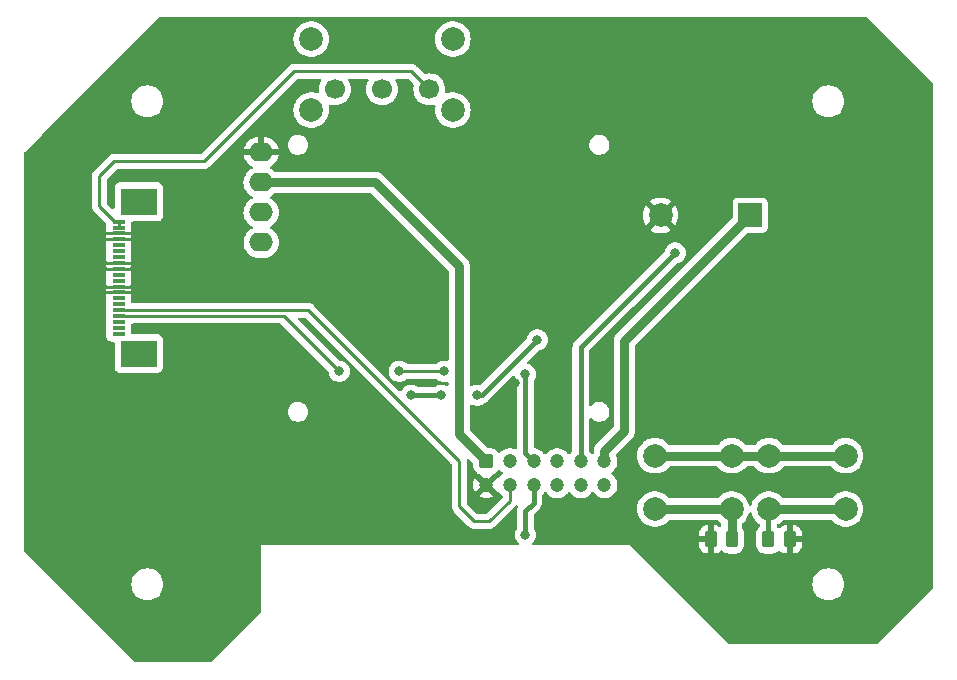
<source format=gbr>
%TF.GenerationSoftware,KiCad,Pcbnew,(7.99.0-200-gad838e3d73)*%
%TF.CreationDate,2024-03-07T11:40:56+07:00*%
%TF.ProjectId,WMS_PCB2,574d535f-5043-4423-922e-6b696361645f,rev?*%
%TF.SameCoordinates,Original*%
%TF.FileFunction,Copper,L1,Top*%
%TF.FilePolarity,Positive*%
%FSLAX46Y46*%
G04 Gerber Fmt 4.6, Leading zero omitted, Abs format (unit mm)*
G04 Created by KiCad (PCBNEW (7.99.0-200-gad838e3d73)) date 2024-03-07 11:40:56*
%MOMM*%
%LPD*%
G01*
G04 APERTURE LIST*
G04 Aperture macros list*
%AMRoundRect*
0 Rectangle with rounded corners*
0 $1 Rounding radius*
0 $2 $3 $4 $5 $6 $7 $8 $9 X,Y pos of 4 corners*
0 Add a 4 corners polygon primitive as box body*
4,1,4,$2,$3,$4,$5,$6,$7,$8,$9,$2,$3,0*
0 Add four circle primitives for the rounded corners*
1,1,$1+$1,$2,$3*
1,1,$1+$1,$4,$5*
1,1,$1+$1,$6,$7*
1,1,$1+$1,$8,$9*
0 Add four rect primitives between the rounded corners*
20,1,$1+$1,$2,$3,$4,$5,0*
20,1,$1+$1,$4,$5,$6,$7,0*
20,1,$1+$1,$6,$7,$8,$9,0*
20,1,$1+$1,$8,$9,$2,$3,0*%
G04 Aperture macros list end*
%TA.AperFunction,SMDPad,CuDef*%
%ADD10R,1.100000X0.300000*%
%TD*%
%TA.AperFunction,SMDPad,CuDef*%
%ADD11R,3.100000X2.300000*%
%TD*%
%TA.AperFunction,ComponentPad*%
%ADD12C,2.000000*%
%TD*%
%TA.AperFunction,SMDPad,CuDef*%
%ADD13RoundRect,0.250000X0.262500X0.450000X-0.262500X0.450000X-0.262500X-0.450000X0.262500X-0.450000X0*%
%TD*%
%TA.AperFunction,SMDPad,CuDef*%
%ADD14RoundRect,0.250000X-0.262500X-0.450000X0.262500X-0.450000X0.262500X0.450000X-0.262500X0.450000X0*%
%TD*%
%TA.AperFunction,ComponentPad*%
%ADD15C,1.700000*%
%TD*%
%TA.AperFunction,ComponentPad*%
%ADD16RoundRect,0.250000X-0.350000X-0.350000X0.350000X-0.350000X0.350000X0.350000X-0.350000X0.350000X0*%
%TD*%
%TA.AperFunction,ComponentPad*%
%ADD17C,1.200000*%
%TD*%
%TA.AperFunction,ComponentPad*%
%ADD18R,2.000000X2.000000*%
%TD*%
%TA.AperFunction,ComponentPad*%
%ADD19O,2.000000X1.600000*%
%TD*%
%TA.AperFunction,ViaPad*%
%ADD20C,0.800000*%
%TD*%
%TA.AperFunction,Conductor*%
%ADD21C,0.250000*%
%TD*%
%TA.AperFunction,Conductor*%
%ADD22C,0.800000*%
%TD*%
%TA.AperFunction,Conductor*%
%ADD23C,0.400000*%
%TD*%
G04 APERTURE END LIST*
D10*
%TO.P,U7,1,VCC*%
%TO.N,/PCB1 : Subsistem Data Processing\u002C Gateway\u002C Power/POWER_RFID*%
X187067199Y-80035199D03*
%TO.P,U7,2,VCC*%
X187067199Y-80535199D03*
%TO.P,U7,3,GND*%
%TO.N,GND*%
X187067199Y-81035199D03*
%TO.P,U7,4,GND*%
X187067199Y-81535199D03*
%TO.P,U7,5,EN*%
%TO.N,unconnected-(U7-EN-Pad5)*%
X187067199Y-82035199D03*
%TO.P,U7,6,Reserverd*%
%TO.N,unconnected-(U7-Reserverd-Pad6)*%
X187067199Y-82535199D03*
%TO.P,U7,7,Reserverd*%
%TO.N,unconnected-(U7-Reserverd-Pad7)*%
X187067199Y-83035199D03*
%TO.P,U7,8,GND*%
%TO.N,GND*%
X187067199Y-83535199D03*
%TO.P,U7,9,GND*%
X187067199Y-84035199D03*
%TO.P,U7,10,GPIO1*%
%TO.N,unconnected-(U7-GPIO1-Pad10)*%
X187067199Y-84535199D03*
%TO.P,U7,11,GPIO2*%
%TO.N,unconnected-(U7-GPIO2-Pad11)*%
X187067199Y-85035199D03*
%TO.P,U7,12,GND*%
%TO.N,GND*%
X187067199Y-85535199D03*
%TO.P,U7,13,GND*%
X187067199Y-86035199D03*
%TO.P,U7,14,485_Direction*%
%TO.N,unconnected-(U7-485_Direction-Pad14)*%
X187067199Y-86535199D03*
%TO.P,U7,15,Reserverd*%
%TO.N,unconnected-(U7-Reserverd-Pad15)*%
X187067199Y-87035199D03*
%TO.P,U7,16,RXD*%
%TO.N,P12_1*%
X187067199Y-87535199D03*
%TO.P,U7,17,TXD*%
%TO.N,P12_0*%
X187067199Y-88035199D03*
%TO.P,U7,18,Beeper*%
%TO.N,unconnected-(U7-Beeper-Pad18)*%
X187067199Y-88535199D03*
%TO.P,U7,19,GPIO3*%
%TO.N,unconnected-(U7-GPIO3-Pad19)*%
X187067199Y-89035199D03*
%TO.P,U7,20,GPIO4*%
%TO.N,unconnected-(U7-GPIO4-Pad20)*%
X187067199Y-89535199D03*
D11*
%TO.P,U7,MP*%
%TO.N,N/C*%
X188767199Y-91205199D03*
X188767199Y-78365199D03*
%TD*%
D12*
%TO.P,SW1,1,A*%
%TO.N,/PCB1 : Subsistem Data Processing\u002C Gateway\u002C Power/POWER_BUTTON_OUT*%
X232462000Y-99858000D03*
X238962000Y-99858000D03*
%TO.P,SW1,2,B*%
%TO.N,P13_4*%
X232462000Y-104358000D03*
X238962000Y-104358000D03*
%TD*%
D13*
%TO.P,R3,1*%
%TO.N,P13_4*%
X239014000Y-106934000D03*
%TO.P,R3,2*%
%TO.N,GND*%
X237189000Y-106934000D03*
%TD*%
D14*
%TO.P,R4,1*%
%TO.N,P13_6*%
X242062000Y-106934000D03*
%TO.P,R4,2*%
%TO.N,GND*%
X243887000Y-106934000D03*
%TD*%
D12*
%TO.P,SW4,*%
%TO.N,*%
X215360000Y-70582500D03*
X215360000Y-64582500D03*
X203360000Y-70582500D03*
X203360000Y-64582500D03*
D15*
%TO.P,SW4,1,A*%
%TO.N,/PCB1 : Subsistem Data Processing\u002C Gateway\u002C Power/POWER_RFID*%
X213360000Y-68832500D03*
%TO.P,SW4,2,B*%
%TO.N,/PCB1 : Subsistem Data Processing\u002C Gateway\u002C Power/POWER_BUTTON_OUT*%
X209360000Y-68832500D03*
%TO.P,SW4,3,C*%
%TO.N,/PCB1 : Subsistem Data Processing\u002C Gateway\u002C Power/POWER_BARCODE*%
X205360000Y-68832500D03*
%TD*%
D12*
%TO.P,SW3,1,A*%
%TO.N,/PCB1 : Subsistem Data Processing\u002C Gateway\u002C Power/POWER_BUTTON_OUT*%
X242114000Y-99858000D03*
X248614000Y-99858000D03*
%TO.P,SW3,2,B*%
%TO.N,P13_6*%
X242114000Y-104358000D03*
X248614000Y-104358000D03*
%TD*%
D16*
%TO.P,J5,1,Pin_1*%
%TO.N,+5V*%
X218186000Y-100330000D03*
D17*
%TO.P,J5,2,Pin_2*%
%TO.N,GND*%
X218186000Y-102330000D03*
%TO.P,J5,3,Pin_3*%
%TO.N,P12_0*%
X220186000Y-100330000D03*
%TO.P,J5,4,Pin_4*%
%TO.N,P12_1*%
X220186000Y-102330000D03*
%TO.P,J5,5,Pin_5*%
%TO.N,P9_1*%
X222186000Y-100330000D03*
%TO.P,J5,6,Pin_6*%
%TO.N,P9_0*%
X222186000Y-102330000D03*
%TO.P,J5,7,Pin_7*%
%TO.N,P6_0*%
X224186000Y-100330000D03*
%TO.P,J5,8,Pin_8*%
%TO.N,P6_1*%
X224186000Y-102330000D03*
%TO.P,J5,9,Pin_9*%
%TO.N,P9_2*%
X226186000Y-100330000D03*
%TO.P,J5,10,Pin_10*%
%TO.N,P9_4*%
X226186000Y-102330000D03*
%TO.P,J5,11,Pin_11*%
%TO.N,P12_3*%
X228186000Y-100330000D03*
%TO.P,J5,12,Pin_12*%
%TO.N,unconnected-(J5-Pin_12-Pad12)*%
X228186000Y-102330000D03*
%TD*%
D18*
%TO.P,BZ1,1,+*%
%TO.N,P12_3*%
X240537999Y-79501999D03*
D12*
%TO.P,BZ1,2,-*%
%TO.N,GND*%
X232938000Y-79502000D03*
%TD*%
D19*
%TO.P,Brd1,1,GND*%
%TO.N,GND*%
X199135999Y-74167999D03*
%TO.P,Brd1,2,VCC*%
%TO.N,+5V*%
X199135999Y-76707999D03*
%TO.P,Brd1,3,SCL*%
%TO.N,P6_0*%
X199135999Y-79247999D03*
%TO.P,Brd1,4,SDA*%
%TO.N,P6_1*%
X199135999Y-81787999D03*
%TD*%
D20*
%TO.N,GND*%
X220599000Y-93726000D03*
X218567000Y-96266000D03*
%TO.N,P9_2*%
X234188000Y-82677000D03*
%TO.N,P9_0*%
X211836000Y-94742000D03*
X217424000Y-94742000D03*
X214376000Y-94742000D03*
X222504000Y-90043000D03*
X221488000Y-106553000D03*
%TO.N,P9_1*%
X221488000Y-92964000D03*
%TO.N,P12_0*%
X210820000Y-92710000D03*
X205740000Y-92710000D03*
X214630000Y-92710000D03*
%TD*%
D21*
%TO.N,GND*%
X187076400Y-81026000D02*
X187067200Y-81035200D01*
X188048200Y-84035200D02*
X188087000Y-84074000D01*
X188183200Y-83535200D02*
X188214000Y-83566000D01*
X187067200Y-81035200D02*
X185810200Y-81035200D01*
X188022800Y-85535200D02*
X188087000Y-85471000D01*
X185810200Y-81035200D02*
X185801000Y-81026000D01*
X188087000Y-81026000D02*
X187076400Y-81026000D01*
X187067200Y-85535200D02*
X185992200Y-85535200D01*
X187067200Y-84035200D02*
X185966800Y-84035200D01*
X188212800Y-81535200D02*
X188214000Y-81534000D01*
X187067200Y-83535200D02*
X185831800Y-83535200D01*
X187067200Y-84035200D02*
X188048200Y-84035200D01*
X185966800Y-84035200D02*
X185928000Y-84074000D01*
X187067200Y-86035200D02*
X185857200Y-86035200D01*
X187067200Y-85535200D02*
X188022800Y-85535200D01*
X187067200Y-83535200D02*
X188183200Y-83535200D01*
X187067200Y-81535200D02*
X188212800Y-81535200D01*
X188397200Y-86035200D02*
X188468000Y-86106000D01*
X185802200Y-81535200D02*
X185801000Y-81534000D01*
X187067200Y-81535200D02*
X185802200Y-81535200D01*
X185831800Y-83535200D02*
X185801000Y-83566000D01*
X185857200Y-86035200D02*
X185801000Y-85979000D01*
X187067200Y-86035200D02*
X188397200Y-86035200D01*
D22*
%TO.N,+5V*%
X208788000Y-76708000D02*
X215900000Y-83820000D01*
X199136000Y-76708000D02*
X208788000Y-76708000D01*
X215900000Y-83820000D02*
X215900000Y-98044000D01*
X215900000Y-98044000D02*
X218186000Y-100330000D01*
%TO.N,P12_3*%
X228186000Y-99474000D02*
X228186000Y-100330000D01*
X240538000Y-79502000D02*
X229870000Y-90170000D01*
X229870000Y-90170000D02*
X229870000Y-97790000D01*
X229870000Y-97790000D02*
X228186000Y-99474000D01*
D23*
%TO.N,P9_2*%
X234188000Y-82677000D02*
X226186000Y-90679000D01*
X226186000Y-90679000D02*
X226186000Y-100330000D01*
%TO.N,P9_0*%
X214376000Y-94742000D02*
X211836000Y-94742000D01*
X222186000Y-103823000D02*
X222186000Y-102330000D01*
X221488000Y-104521000D02*
X222186000Y-103823000D01*
X221488000Y-106553000D02*
X221488000Y-104521000D01*
X217805000Y-94742000D02*
X217424000Y-94742000D01*
X222504000Y-90043000D02*
X217805000Y-94742000D01*
%TO.N,P9_1*%
X221488000Y-92964000D02*
X221488000Y-99632000D01*
X221488000Y-99632000D02*
X222186000Y-100330000D01*
%TO.N,P13_6*%
X242062000Y-106934000D02*
X242062000Y-104410000D01*
X242062000Y-104410000D02*
X242114000Y-104358000D01*
D22*
X242114000Y-104358000D02*
X248614000Y-104358000D01*
%TO.N,P13_4*%
X232462000Y-104358000D02*
X238962000Y-104358000D01*
X238962000Y-106882000D02*
X239014000Y-106934000D01*
X238962000Y-104358000D02*
X238962000Y-106882000D01*
D21*
%TO.N,P12_1*%
X187067200Y-87535200D02*
X203105200Y-87535200D01*
X220186000Y-103664000D02*
X220186000Y-102330000D01*
X218440000Y-105410000D02*
X220186000Y-103664000D01*
X217170000Y-105410000D02*
X218440000Y-105410000D01*
X203105200Y-87535200D02*
X215900000Y-100330000D01*
X215900000Y-104140000D02*
X217170000Y-105410000D01*
X215900000Y-100330000D02*
X215900000Y-104140000D01*
%TO.N,P12_0*%
X201065200Y-88035200D02*
X205740000Y-92710000D01*
X210820000Y-92710000D02*
X214630000Y-92710000D01*
X187067200Y-88035200D02*
X201065200Y-88035200D01*
D22*
%TO.N,/PCB1 : Subsistem Data Processing\u002C Gateway\u002C Power/POWER_BUTTON_OUT*%
X238962000Y-99858000D02*
X242114000Y-99858000D01*
X238962000Y-99858000D02*
X232462000Y-99858000D01*
X242114000Y-99858000D02*
X248614000Y-99858000D01*
D21*
%TO.N,/PCB1 : Subsistem Data Processing\u002C Gateway\u002C Power/POWER_RFID*%
X187067200Y-80535200D02*
X187067200Y-80035200D01*
X185420000Y-78740000D02*
X185420000Y-76200000D01*
X211837500Y-67310000D02*
X213360000Y-68832500D01*
X194310000Y-74930000D02*
X201930000Y-67310000D01*
X201930000Y-67310000D02*
X211837500Y-67310000D01*
X186690000Y-74930000D02*
X194310000Y-74930000D01*
X187067200Y-80035200D02*
X186715200Y-80035200D01*
X185420000Y-76200000D02*
X186690000Y-74930000D01*
X186715200Y-80035200D02*
X185420000Y-78740000D01*
%TD*%
%TA.AperFunction,Conductor*%
%TO.N,GND*%
G36*
X250439883Y-62747939D02*
G01*
X250480111Y-62774819D01*
X255995181Y-68289888D01*
X256022061Y-68330116D01*
X256031500Y-68377569D01*
X256031500Y-110946431D01*
X256022061Y-110993884D01*
X255995181Y-111034112D01*
X251242111Y-115787181D01*
X251201883Y-115814061D01*
X251154430Y-115823500D01*
X238811570Y-115823500D01*
X238764117Y-115814061D01*
X238723889Y-115787181D01*
X233680708Y-110744000D01*
X245786341Y-110744000D01*
X245806937Y-110979408D01*
X245808336Y-110984630D01*
X245808337Y-110984634D01*
X245866694Y-111202430D01*
X245866697Y-111202438D01*
X245868097Y-111207663D01*
X245967965Y-111421829D01*
X246103505Y-111615401D01*
X246270599Y-111782495D01*
X246464171Y-111918035D01*
X246678337Y-112017903D01*
X246906592Y-112079063D01*
X247083034Y-112094500D01*
X247198258Y-112094500D01*
X247200966Y-112094500D01*
X247377408Y-112079063D01*
X247605663Y-112017903D01*
X247819829Y-111918035D01*
X248013401Y-111782495D01*
X248180495Y-111615401D01*
X248316035Y-111421830D01*
X248415903Y-111207663D01*
X248477063Y-110979408D01*
X248497659Y-110744000D01*
X248477063Y-110508592D01*
X248415903Y-110280337D01*
X248316035Y-110066171D01*
X248180495Y-109872599D01*
X248013401Y-109705505D01*
X247819829Y-109569965D01*
X247605663Y-109470097D01*
X247600438Y-109468697D01*
X247600430Y-109468694D01*
X247382634Y-109410337D01*
X247382630Y-109410336D01*
X247377408Y-109408937D01*
X247372020Y-109408465D01*
X247372017Y-109408465D01*
X247203664Y-109393736D01*
X247203662Y-109393735D01*
X247200966Y-109393500D01*
X247083034Y-109393500D01*
X247080338Y-109393735D01*
X247080335Y-109393736D01*
X246911982Y-109408465D01*
X246911977Y-109408465D01*
X246906592Y-109408937D01*
X246901371Y-109410335D01*
X246901365Y-109410337D01*
X246683569Y-109468694D01*
X246683557Y-109468698D01*
X246678337Y-109470097D01*
X246673432Y-109472383D01*
X246673427Y-109472386D01*
X246469081Y-109567675D01*
X246469077Y-109567677D01*
X246464171Y-109569965D01*
X246459738Y-109573068D01*
X246459731Y-109573073D01*
X246275034Y-109702399D01*
X246275029Y-109702402D01*
X246270599Y-109705505D01*
X246266775Y-109709328D01*
X246266769Y-109709334D01*
X246107336Y-109868767D01*
X246107330Y-109868773D01*
X246103505Y-109872599D01*
X246100406Y-109877023D01*
X246100399Y-109877033D01*
X245971066Y-110061740D01*
X245971061Y-110061747D01*
X245967965Y-110066170D01*
X245965683Y-110071061D01*
X245965678Y-110071072D01*
X245870386Y-110275427D01*
X245870383Y-110275432D01*
X245868097Y-110280337D01*
X245866698Y-110285557D01*
X245866694Y-110285569D01*
X245808337Y-110503365D01*
X245808335Y-110503371D01*
X245806937Y-110508592D01*
X245786341Y-110744000D01*
X233680708Y-110744000D01*
X230387010Y-107450302D01*
X230378423Y-107441715D01*
X230378383Y-107441617D01*
X230378284Y-107441576D01*
X230378000Y-107441458D01*
X230377899Y-107441500D01*
X222176425Y-107441500D01*
X222132981Y-107430829D01*
X236176501Y-107430829D01*
X236176821Y-107437111D01*
X236186305Y-107529959D01*
X236189123Y-107543122D01*
X236239870Y-107696267D01*
X236245932Y-107709266D01*
X236330390Y-107846194D01*
X236339294Y-107857455D01*
X236453044Y-107971205D01*
X236464305Y-107980109D01*
X236601233Y-108064567D01*
X236614232Y-108070629D01*
X236767374Y-108121375D01*
X236780541Y-108124194D01*
X236873390Y-108133680D01*
X236879668Y-108134000D01*
X236922674Y-108134000D01*
X236935549Y-108130549D01*
X236939000Y-108117674D01*
X236939000Y-107200326D01*
X236935549Y-107187450D01*
X236922674Y-107184000D01*
X236192827Y-107184000D01*
X236179951Y-107187450D01*
X236176501Y-107200326D01*
X236176501Y-107430829D01*
X222132981Y-107430829D01*
X222118976Y-107427389D01*
X222074602Y-107388268D01*
X222053403Y-107333040D01*
X222060203Y-107274276D01*
X222092323Y-107227012D01*
X222093871Y-107225888D01*
X222220533Y-107085216D01*
X222315179Y-106921284D01*
X222373674Y-106741256D01*
X222381408Y-106667674D01*
X236176500Y-106667674D01*
X236179950Y-106680549D01*
X236192826Y-106684000D01*
X236922674Y-106684000D01*
X236935549Y-106680549D01*
X236939000Y-106667674D01*
X236939000Y-105750327D01*
X236935549Y-105737451D01*
X236922674Y-105734001D01*
X236879671Y-105734001D01*
X236873388Y-105734321D01*
X236780540Y-105743805D01*
X236767377Y-105746623D01*
X236614232Y-105797370D01*
X236601233Y-105803432D01*
X236464305Y-105887890D01*
X236453044Y-105896794D01*
X236339294Y-106010544D01*
X236330390Y-106021805D01*
X236245932Y-106158733D01*
X236239870Y-106171732D01*
X236189124Y-106324874D01*
X236186305Y-106338041D01*
X236176819Y-106430890D01*
X236176500Y-106437168D01*
X236176500Y-106667674D01*
X222381408Y-106667674D01*
X222393460Y-106553000D01*
X222373674Y-106364744D01*
X222315179Y-106184716D01*
X222220533Y-106020784D01*
X222216185Y-106015955D01*
X222212363Y-106010694D01*
X222213703Y-106009720D01*
X222196749Y-105982080D01*
X222188500Y-105937608D01*
X222188500Y-104862519D01*
X222197939Y-104815066D01*
X222224819Y-104774838D01*
X222278079Y-104721578D01*
X222641655Y-104358000D01*
X230956357Y-104358000D01*
X230956781Y-104363117D01*
X230976467Y-104600701D01*
X230976468Y-104600709D01*
X230976892Y-104605821D01*
X230978149Y-104610788D01*
X230978151Y-104610795D01*
X231022140Y-104784500D01*
X231037937Y-104846881D01*
X231056012Y-104888087D01*
X231135766Y-105069910D01*
X231135769Y-105069916D01*
X231137827Y-105074607D01*
X231140627Y-105078893D01*
X231140631Y-105078900D01*
X231257970Y-105258500D01*
X231273836Y-105282785D01*
X231277310Y-105286559D01*
X231277311Y-105286560D01*
X231438784Y-105461967D01*
X231438787Y-105461970D01*
X231442256Y-105465738D01*
X231638491Y-105618474D01*
X231857190Y-105736828D01*
X232092386Y-105817571D01*
X232337665Y-105858500D01*
X232581201Y-105858500D01*
X232586335Y-105858500D01*
X232831614Y-105817571D01*
X233066810Y-105736828D01*
X233285509Y-105618474D01*
X233481744Y-105465738D01*
X233635681Y-105298517D01*
X233677102Y-105268944D01*
X233726912Y-105258500D01*
X237697088Y-105258500D01*
X237746898Y-105268944D01*
X237788318Y-105298517D01*
X237942256Y-105465738D01*
X237946302Y-105468887D01*
X237946303Y-105468888D01*
X238013662Y-105521315D01*
X238048900Y-105564708D01*
X238061500Y-105619169D01*
X238061500Y-105756882D01*
X238044433Y-105819661D01*
X237997932Y-105865159D01*
X237934795Y-105880852D01*
X237872403Y-105862421D01*
X237776766Y-105803432D01*
X237763767Y-105797370D01*
X237610625Y-105746624D01*
X237597458Y-105743805D01*
X237504609Y-105734319D01*
X237498332Y-105734000D01*
X237455326Y-105734000D01*
X237442450Y-105737450D01*
X237439000Y-105750326D01*
X237439000Y-108117673D01*
X237442450Y-108130548D01*
X237455326Y-108133999D01*
X237498329Y-108133999D01*
X237504611Y-108133678D01*
X237597459Y-108124194D01*
X237610622Y-108121376D01*
X237763767Y-108070629D01*
X237776766Y-108064567D01*
X237913694Y-107980109D01*
X237924950Y-107971209D01*
X238013464Y-107882695D01*
X238069052Y-107850601D01*
X238133239Y-107850601D01*
X238188827Y-107882694D01*
X238282844Y-107976712D01*
X238288985Y-107980500D01*
X238288988Y-107980502D01*
X238298082Y-107986111D01*
X238432166Y-108068814D01*
X238598703Y-108123999D01*
X238701491Y-108134500D01*
X239326508Y-108134499D01*
X239429297Y-108123999D01*
X239595834Y-108068814D01*
X239745156Y-107976712D01*
X239869212Y-107852656D01*
X239961314Y-107703334D01*
X240016499Y-107536797D01*
X240027000Y-107434009D01*
X240026999Y-106433992D01*
X240016499Y-106331203D01*
X239961314Y-106164666D01*
X239884065Y-106039425D01*
X239880961Y-106034392D01*
X239862500Y-105969296D01*
X239862500Y-105619169D01*
X239875100Y-105564708D01*
X239910338Y-105521315D01*
X239981744Y-105465738D01*
X240150164Y-105282785D01*
X240286173Y-105074607D01*
X240386063Y-104846881D01*
X240417794Y-104721577D01*
X240449597Y-104665065D01*
X240505576Y-104632332D01*
X240570424Y-104632332D01*
X240626403Y-104665065D01*
X240658205Y-104721577D01*
X240689937Y-104846881D01*
X240708012Y-104888087D01*
X240787766Y-105069910D01*
X240787769Y-105069916D01*
X240789827Y-105074607D01*
X240792627Y-105078893D01*
X240792631Y-105078900D01*
X240909970Y-105258500D01*
X240925836Y-105282785D01*
X240929310Y-105286559D01*
X240929311Y-105286560D01*
X241090784Y-105461967D01*
X241090787Y-105461970D01*
X241094256Y-105465738D01*
X241290491Y-105618474D01*
X241296517Y-105621735D01*
X241297072Y-105622267D01*
X241299298Y-105623722D01*
X241299024Y-105624140D01*
X241344022Y-105667316D01*
X241361500Y-105730790D01*
X241361500Y-105809270D01*
X241352061Y-105856723D01*
X241325181Y-105896951D01*
X241211893Y-106010238D01*
X241211889Y-106010242D01*
X241206788Y-106015344D01*
X241203003Y-106021480D01*
X241202997Y-106021488D01*
X241118477Y-106158519D01*
X241114686Y-106164666D01*
X241112415Y-106171517D01*
X241112414Y-106171521D01*
X241061631Y-106324774D01*
X241059501Y-106331203D01*
X241058813Y-106337933D01*
X241058812Y-106337940D01*
X241049319Y-106430859D01*
X241049318Y-106430877D01*
X241049000Y-106433991D01*
X241049000Y-106437138D01*
X241049000Y-106437139D01*
X241049000Y-107430859D01*
X241049000Y-107430878D01*
X241049001Y-107434008D01*
X241049320Y-107437140D01*
X241049321Y-107437141D01*
X241058812Y-107530061D01*
X241058813Y-107530069D01*
X241059501Y-107536797D01*
X241114686Y-107703334D01*
X241118477Y-107709480D01*
X241202997Y-107846511D01*
X241203000Y-107846515D01*
X241206788Y-107852656D01*
X241330844Y-107976712D01*
X241336985Y-107980500D01*
X241336988Y-107980502D01*
X241346082Y-107986111D01*
X241480166Y-108068814D01*
X241646703Y-108123999D01*
X241749491Y-108134500D01*
X242374508Y-108134499D01*
X242477297Y-108123999D01*
X242643834Y-108068814D01*
X242793156Y-107976712D01*
X242887175Y-107882692D01*
X242942759Y-107850601D01*
X243006946Y-107850601D01*
X243062534Y-107882695D01*
X243151044Y-107971205D01*
X243162305Y-107980109D01*
X243299233Y-108064567D01*
X243312232Y-108070629D01*
X243465374Y-108121375D01*
X243478541Y-108124194D01*
X243571390Y-108133680D01*
X243577668Y-108134000D01*
X243620674Y-108134000D01*
X243633549Y-108130549D01*
X243637000Y-108117674D01*
X243637000Y-108117673D01*
X244137000Y-108117673D01*
X244140450Y-108130548D01*
X244153326Y-108133999D01*
X244196329Y-108133999D01*
X244202611Y-108133678D01*
X244295459Y-108124194D01*
X244308622Y-108121376D01*
X244461767Y-108070629D01*
X244474766Y-108064567D01*
X244611694Y-107980109D01*
X244622955Y-107971205D01*
X244736705Y-107857455D01*
X244745609Y-107846194D01*
X244830067Y-107709266D01*
X244836129Y-107696267D01*
X244886875Y-107543125D01*
X244889694Y-107529958D01*
X244899180Y-107437109D01*
X244899500Y-107430832D01*
X244899500Y-107200326D01*
X244896049Y-107187450D01*
X244883174Y-107184000D01*
X244153326Y-107184000D01*
X244140450Y-107187450D01*
X244137000Y-107200326D01*
X244137000Y-108117673D01*
X243637000Y-108117673D01*
X243637000Y-106667674D01*
X244137000Y-106667674D01*
X244140450Y-106680549D01*
X244153326Y-106684000D01*
X244883173Y-106684000D01*
X244896048Y-106680549D01*
X244899499Y-106667674D01*
X244899499Y-106437171D01*
X244899178Y-106430888D01*
X244889694Y-106338040D01*
X244886876Y-106324877D01*
X244836129Y-106171732D01*
X244830067Y-106158733D01*
X244745609Y-106021805D01*
X244736705Y-106010544D01*
X244622955Y-105896794D01*
X244611694Y-105887890D01*
X244474766Y-105803432D01*
X244461767Y-105797370D01*
X244308625Y-105746624D01*
X244295458Y-105743805D01*
X244202609Y-105734319D01*
X244196332Y-105734000D01*
X244153326Y-105734000D01*
X244140450Y-105737450D01*
X244137000Y-105750326D01*
X244137000Y-106667674D01*
X243637000Y-106667674D01*
X243637000Y-105750327D01*
X243633549Y-105737451D01*
X243620674Y-105734001D01*
X243577671Y-105734001D01*
X243571388Y-105734321D01*
X243478540Y-105743805D01*
X243465377Y-105746623D01*
X243312232Y-105797370D01*
X243299233Y-105803432D01*
X243162305Y-105887890D01*
X243151049Y-105896790D01*
X243062534Y-105985305D01*
X243006946Y-106017398D01*
X242942759Y-106017398D01*
X242887172Y-105985304D01*
X242798819Y-105896951D01*
X242771939Y-105856723D01*
X242762500Y-105809270D01*
X242762500Y-105787072D01*
X242779977Y-105723598D01*
X242827483Y-105678017D01*
X242937509Y-105618474D01*
X243133744Y-105465738D01*
X243287681Y-105298517D01*
X243329102Y-105268944D01*
X243378912Y-105258500D01*
X247349088Y-105258500D01*
X247398898Y-105268944D01*
X247440318Y-105298517D01*
X247590784Y-105461967D01*
X247590787Y-105461970D01*
X247594256Y-105465738D01*
X247790491Y-105618474D01*
X248009190Y-105736828D01*
X248244386Y-105817571D01*
X248489665Y-105858500D01*
X248733201Y-105858500D01*
X248738335Y-105858500D01*
X248983614Y-105817571D01*
X249218810Y-105736828D01*
X249437509Y-105618474D01*
X249633744Y-105465738D01*
X249802164Y-105282785D01*
X249938173Y-105074607D01*
X250038063Y-104846881D01*
X250099108Y-104605821D01*
X250119643Y-104358000D01*
X250099108Y-104110179D01*
X250038063Y-103869119D01*
X249938173Y-103641393D01*
X249933674Y-103634507D01*
X249864700Y-103528934D01*
X249802164Y-103433215D01*
X249787682Y-103417483D01*
X249637215Y-103254032D01*
X249637211Y-103254029D01*
X249633744Y-103250262D01*
X249437509Y-103097526D01*
X249432997Y-103095084D01*
X249223316Y-102981610D01*
X249223310Y-102981607D01*
X249218810Y-102979172D01*
X249213969Y-102977510D01*
X249213962Y-102977507D01*
X248988465Y-102900094D01*
X248988461Y-102900093D01*
X248983614Y-102898429D01*
X248974768Y-102896952D01*
X248743398Y-102858344D01*
X248743387Y-102858343D01*
X248738335Y-102857500D01*
X248489665Y-102857500D01*
X248484613Y-102858343D01*
X248484601Y-102858344D01*
X248249443Y-102897585D01*
X248249441Y-102897585D01*
X248244386Y-102898429D01*
X248239541Y-102900092D01*
X248239534Y-102900094D01*
X248014037Y-102977507D01*
X248014026Y-102977511D01*
X248009190Y-102979172D01*
X248004693Y-102981605D01*
X248004683Y-102981610D01*
X247795002Y-103095084D01*
X247794995Y-103095088D01*
X247790491Y-103097526D01*
X247786448Y-103100672D01*
X247786440Y-103100678D01*
X247611188Y-103237083D01*
X247594256Y-103250262D01*
X247590793Y-103254023D01*
X247590784Y-103254032D01*
X247440318Y-103417483D01*
X247398898Y-103447056D01*
X247349088Y-103457500D01*
X243378912Y-103457500D01*
X243329102Y-103447056D01*
X243287682Y-103417483D01*
X243137215Y-103254032D01*
X243137211Y-103254029D01*
X243133744Y-103250262D01*
X242937509Y-103097526D01*
X242932997Y-103095084D01*
X242723316Y-102981610D01*
X242723310Y-102981607D01*
X242718810Y-102979172D01*
X242713969Y-102977510D01*
X242713962Y-102977507D01*
X242488465Y-102900094D01*
X242488461Y-102900093D01*
X242483614Y-102898429D01*
X242474768Y-102896952D01*
X242243398Y-102858344D01*
X242243387Y-102858343D01*
X242238335Y-102857500D01*
X241989665Y-102857500D01*
X241984613Y-102858343D01*
X241984601Y-102858344D01*
X241749443Y-102897585D01*
X241749441Y-102897585D01*
X241744386Y-102898429D01*
X241739541Y-102900092D01*
X241739534Y-102900094D01*
X241514037Y-102977507D01*
X241514026Y-102977511D01*
X241509190Y-102979172D01*
X241504693Y-102981605D01*
X241504683Y-102981610D01*
X241295002Y-103095084D01*
X241294995Y-103095088D01*
X241290491Y-103097526D01*
X241286448Y-103100672D01*
X241286440Y-103100678D01*
X241111188Y-103237083D01*
X241094256Y-103250262D01*
X241090793Y-103254023D01*
X241090784Y-103254032D01*
X240929311Y-103429439D01*
X240929305Y-103429446D01*
X240925836Y-103433215D01*
X240923031Y-103437506D01*
X240923028Y-103437512D01*
X240792631Y-103637099D01*
X240792624Y-103637111D01*
X240789827Y-103641393D01*
X240787772Y-103646077D01*
X240787766Y-103646089D01*
X240706134Y-103832193D01*
X240689937Y-103869119D01*
X240688679Y-103874084D01*
X240688678Y-103874089D01*
X240658206Y-103994421D01*
X240626403Y-104050934D01*
X240570423Y-104083667D01*
X240505577Y-104083667D01*
X240449597Y-104050934D01*
X240417794Y-103994421D01*
X240402033Y-103932184D01*
X240386063Y-103869119D01*
X240286173Y-103641393D01*
X240281674Y-103634507D01*
X240212700Y-103528934D01*
X240150164Y-103433215D01*
X240135682Y-103417483D01*
X239985215Y-103254032D01*
X239985211Y-103254029D01*
X239981744Y-103250262D01*
X239785509Y-103097526D01*
X239780997Y-103095084D01*
X239571316Y-102981610D01*
X239571310Y-102981607D01*
X239566810Y-102979172D01*
X239561969Y-102977510D01*
X239561962Y-102977507D01*
X239336465Y-102900094D01*
X239336461Y-102900093D01*
X239331614Y-102898429D01*
X239322768Y-102896952D01*
X239091398Y-102858344D01*
X239091387Y-102858343D01*
X239086335Y-102857500D01*
X238837665Y-102857500D01*
X238832613Y-102858343D01*
X238832601Y-102858344D01*
X238597443Y-102897585D01*
X238597441Y-102897585D01*
X238592386Y-102898429D01*
X238587541Y-102900092D01*
X238587534Y-102900094D01*
X238362037Y-102977507D01*
X238362026Y-102977511D01*
X238357190Y-102979172D01*
X238352693Y-102981605D01*
X238352683Y-102981610D01*
X238143002Y-103095084D01*
X238142995Y-103095088D01*
X238138491Y-103097526D01*
X238134448Y-103100672D01*
X238134440Y-103100678D01*
X237959188Y-103237083D01*
X237942256Y-103250262D01*
X237938793Y-103254023D01*
X237938784Y-103254032D01*
X237788318Y-103417483D01*
X237746898Y-103447056D01*
X237697088Y-103457500D01*
X233726912Y-103457500D01*
X233677102Y-103447056D01*
X233635682Y-103417483D01*
X233485215Y-103254032D01*
X233485211Y-103254029D01*
X233481744Y-103250262D01*
X233285509Y-103097526D01*
X233280997Y-103095084D01*
X233071316Y-102981610D01*
X233071310Y-102981607D01*
X233066810Y-102979172D01*
X233061969Y-102977510D01*
X233061962Y-102977507D01*
X232836465Y-102900094D01*
X232836461Y-102900093D01*
X232831614Y-102898429D01*
X232822768Y-102896952D01*
X232591398Y-102858344D01*
X232591387Y-102858343D01*
X232586335Y-102857500D01*
X232337665Y-102857500D01*
X232332613Y-102858343D01*
X232332601Y-102858344D01*
X232097443Y-102897585D01*
X232097441Y-102897585D01*
X232092386Y-102898429D01*
X232087541Y-102900092D01*
X232087534Y-102900094D01*
X231862037Y-102977507D01*
X231862026Y-102977511D01*
X231857190Y-102979172D01*
X231852693Y-102981605D01*
X231852683Y-102981610D01*
X231643002Y-103095084D01*
X231642995Y-103095088D01*
X231638491Y-103097526D01*
X231634448Y-103100672D01*
X231634440Y-103100678D01*
X231459188Y-103237083D01*
X231442256Y-103250262D01*
X231438793Y-103254023D01*
X231438784Y-103254032D01*
X231277311Y-103429439D01*
X231277305Y-103429446D01*
X231273836Y-103433215D01*
X231271031Y-103437506D01*
X231271028Y-103437512D01*
X231140631Y-103637099D01*
X231140624Y-103637111D01*
X231137827Y-103641393D01*
X231135772Y-103646077D01*
X231135766Y-103646089D01*
X231054134Y-103832193D01*
X231037937Y-103869119D01*
X231036679Y-103874084D01*
X231036678Y-103874089D01*
X230978151Y-104105204D01*
X230978149Y-104105213D01*
X230976892Y-104110179D01*
X230976468Y-104115288D01*
X230976467Y-104115298D01*
X230957613Y-104342837D01*
X230956357Y-104358000D01*
X222641655Y-104358000D01*
X222663731Y-104335924D01*
X222669151Y-104330822D01*
X222714183Y-104290929D01*
X222748355Y-104241420D01*
X222752775Y-104235413D01*
X222789878Y-104188057D01*
X222794034Y-104178821D01*
X222805064Y-104159264D01*
X222810818Y-104150930D01*
X222832152Y-104094673D01*
X222834996Y-104087808D01*
X222859695Y-104032932D01*
X222861522Y-104022959D01*
X222867551Y-104001332D01*
X222871140Y-103991872D01*
X222878387Y-103932181D01*
X222879514Y-103924778D01*
X222884771Y-103896092D01*
X222890358Y-103865606D01*
X222886725Y-103805566D01*
X222886500Y-103798079D01*
X222886500Y-103235319D01*
X222897065Y-103185233D01*
X222926962Y-103143682D01*
X222998523Y-103078445D01*
X223002764Y-103074579D01*
X223074812Y-102979172D01*
X223087046Y-102962972D01*
X223130728Y-102926698D01*
X223186000Y-102913698D01*
X223241272Y-102926698D01*
X223284954Y-102962972D01*
X223365774Y-103069996D01*
X223365779Y-103070001D01*
X223369236Y-103074579D01*
X223373472Y-103078440D01*
X223373476Y-103078445D01*
X223397865Y-103100678D01*
X223519959Y-103211981D01*
X223693363Y-103319348D01*
X223883544Y-103393024D01*
X224084024Y-103430500D01*
X224282247Y-103430500D01*
X224287976Y-103430500D01*
X224488456Y-103393024D01*
X224678637Y-103319348D01*
X224852041Y-103211981D01*
X225002764Y-103074579D01*
X225074812Y-102979172D01*
X225087046Y-102962972D01*
X225130728Y-102926698D01*
X225186000Y-102913698D01*
X225241272Y-102926698D01*
X225284954Y-102962972D01*
X225365774Y-103069996D01*
X225365779Y-103070001D01*
X225369236Y-103074579D01*
X225373472Y-103078440D01*
X225373476Y-103078445D01*
X225397865Y-103100678D01*
X225519959Y-103211981D01*
X225693363Y-103319348D01*
X225883544Y-103393024D01*
X226084024Y-103430500D01*
X226282247Y-103430500D01*
X226287976Y-103430500D01*
X226488456Y-103393024D01*
X226678637Y-103319348D01*
X226852041Y-103211981D01*
X227002764Y-103074579D01*
X227074812Y-102979172D01*
X227087046Y-102962972D01*
X227130728Y-102926698D01*
X227186000Y-102913698D01*
X227241272Y-102926698D01*
X227284954Y-102962972D01*
X227365774Y-103069996D01*
X227365779Y-103070001D01*
X227369236Y-103074579D01*
X227373472Y-103078440D01*
X227373476Y-103078445D01*
X227397865Y-103100678D01*
X227519959Y-103211981D01*
X227693363Y-103319348D01*
X227883544Y-103393024D01*
X228084024Y-103430500D01*
X228282247Y-103430500D01*
X228287976Y-103430500D01*
X228488456Y-103393024D01*
X228678637Y-103319348D01*
X228852041Y-103211981D01*
X229002764Y-103074579D01*
X229125673Y-102911821D01*
X229216582Y-102729250D01*
X229272397Y-102533083D01*
X229291215Y-102330000D01*
X229272397Y-102126917D01*
X229216582Y-101930750D01*
X229125673Y-101748179D01*
X229077176Y-101683959D01*
X229006221Y-101589998D01*
X229006217Y-101589994D01*
X229002764Y-101585421D01*
X228998527Y-101581558D01*
X228998523Y-101581554D01*
X228856275Y-101451879D01*
X228856276Y-101451879D01*
X228852041Y-101448019D01*
X228847170Y-101445003D01*
X228847169Y-101445002D01*
X228831704Y-101435427D01*
X228788652Y-101390339D01*
X228772981Y-101330000D01*
X228788652Y-101269661D01*
X228831704Y-101224573D01*
X228852041Y-101211981D01*
X229002764Y-101074579D01*
X229125673Y-100911821D01*
X229216582Y-100729250D01*
X229272397Y-100533083D01*
X229291215Y-100330000D01*
X229272397Y-100126917D01*
X229216582Y-99930750D01*
X229185267Y-99867862D01*
X229182706Y-99858000D01*
X230956357Y-99858000D01*
X230956781Y-99863117D01*
X230976467Y-100100701D01*
X230976468Y-100100709D01*
X230976892Y-100105821D01*
X230978149Y-100110788D01*
X230978151Y-100110795D01*
X231008686Y-100231373D01*
X231037937Y-100346881D01*
X231039997Y-100351577D01*
X231135766Y-100569910D01*
X231135769Y-100569916D01*
X231137827Y-100574607D01*
X231140627Y-100578893D01*
X231140631Y-100578900D01*
X231235254Y-100723731D01*
X231273836Y-100782785D01*
X231277310Y-100786559D01*
X231277311Y-100786560D01*
X231438784Y-100961967D01*
X231438787Y-100961970D01*
X231442256Y-100965738D01*
X231638491Y-101118474D01*
X231857190Y-101236828D01*
X232092386Y-101317571D01*
X232337665Y-101358500D01*
X232581201Y-101358500D01*
X232586335Y-101358500D01*
X232831614Y-101317571D01*
X233066810Y-101236828D01*
X233285509Y-101118474D01*
X233481744Y-100965738D01*
X233635681Y-100798517D01*
X233677102Y-100768944D01*
X233726912Y-100758500D01*
X237697088Y-100758500D01*
X237746898Y-100768944D01*
X237788318Y-100798517D01*
X237938784Y-100961967D01*
X237938787Y-100961970D01*
X237942256Y-100965738D01*
X238138491Y-101118474D01*
X238357190Y-101236828D01*
X238592386Y-101317571D01*
X238837665Y-101358500D01*
X239081201Y-101358500D01*
X239086335Y-101358500D01*
X239331614Y-101317571D01*
X239566810Y-101236828D01*
X239785509Y-101118474D01*
X239981744Y-100965738D01*
X240135681Y-100798517D01*
X240177102Y-100768944D01*
X240226912Y-100758500D01*
X240849088Y-100758500D01*
X240898898Y-100768944D01*
X240940318Y-100798517D01*
X241090784Y-100961967D01*
X241090787Y-100961970D01*
X241094256Y-100965738D01*
X241290491Y-101118474D01*
X241509190Y-101236828D01*
X241744386Y-101317571D01*
X241989665Y-101358500D01*
X242233201Y-101358500D01*
X242238335Y-101358500D01*
X242483614Y-101317571D01*
X242718810Y-101236828D01*
X242937509Y-101118474D01*
X243133744Y-100965738D01*
X243287681Y-100798517D01*
X243329102Y-100768944D01*
X243378912Y-100758500D01*
X247349088Y-100758500D01*
X247398898Y-100768944D01*
X247440318Y-100798517D01*
X247590784Y-100961967D01*
X247590787Y-100961970D01*
X247594256Y-100965738D01*
X247790491Y-101118474D01*
X248009190Y-101236828D01*
X248244386Y-101317571D01*
X248489665Y-101358500D01*
X248733201Y-101358500D01*
X248738335Y-101358500D01*
X248983614Y-101317571D01*
X249218810Y-101236828D01*
X249437509Y-101118474D01*
X249633744Y-100965738D01*
X249802164Y-100782785D01*
X249938173Y-100574607D01*
X250038063Y-100346881D01*
X250099108Y-100105821D01*
X250119643Y-99858000D01*
X250099108Y-99610179D01*
X250038063Y-99369119D01*
X249938173Y-99141393D01*
X249802164Y-98933215D01*
X249787682Y-98917483D01*
X249637215Y-98754032D01*
X249637211Y-98754029D01*
X249633744Y-98750262D01*
X249437509Y-98597526D01*
X249360083Y-98555625D01*
X249223316Y-98481610D01*
X249223310Y-98481607D01*
X249218810Y-98479172D01*
X249213969Y-98477510D01*
X249213962Y-98477507D01*
X248988465Y-98400094D01*
X248988461Y-98400093D01*
X248983614Y-98398429D01*
X248967158Y-98395683D01*
X248743398Y-98358344D01*
X248743387Y-98358343D01*
X248738335Y-98357500D01*
X248489665Y-98357500D01*
X248484613Y-98358343D01*
X248484601Y-98358344D01*
X248249443Y-98397585D01*
X248249441Y-98397585D01*
X248244386Y-98398429D01*
X248239541Y-98400092D01*
X248239534Y-98400094D01*
X248014037Y-98477507D01*
X248014026Y-98477511D01*
X248009190Y-98479172D01*
X248004693Y-98481605D01*
X248004683Y-98481610D01*
X247795002Y-98595084D01*
X247794995Y-98595088D01*
X247790491Y-98597526D01*
X247786448Y-98600672D01*
X247786440Y-98600678D01*
X247619181Y-98730862D01*
X247594256Y-98750262D01*
X247590793Y-98754023D01*
X247590784Y-98754032D01*
X247440318Y-98917483D01*
X247398898Y-98947056D01*
X247349088Y-98957500D01*
X243378912Y-98957500D01*
X243329102Y-98947056D01*
X243287682Y-98917483D01*
X243137215Y-98754032D01*
X243137211Y-98754029D01*
X243133744Y-98750262D01*
X242937509Y-98597526D01*
X242860083Y-98555625D01*
X242723316Y-98481610D01*
X242723310Y-98481607D01*
X242718810Y-98479172D01*
X242713969Y-98477510D01*
X242713962Y-98477507D01*
X242488465Y-98400094D01*
X242488461Y-98400093D01*
X242483614Y-98398429D01*
X242467158Y-98395683D01*
X242243398Y-98358344D01*
X242243387Y-98358343D01*
X242238335Y-98357500D01*
X241989665Y-98357500D01*
X241984613Y-98358343D01*
X241984601Y-98358344D01*
X241749443Y-98397585D01*
X241749441Y-98397585D01*
X241744386Y-98398429D01*
X241739541Y-98400092D01*
X241739534Y-98400094D01*
X241514037Y-98477507D01*
X241514026Y-98477511D01*
X241509190Y-98479172D01*
X241504693Y-98481605D01*
X241504683Y-98481610D01*
X241295002Y-98595084D01*
X241294995Y-98595088D01*
X241290491Y-98597526D01*
X241286448Y-98600672D01*
X241286440Y-98600678D01*
X241119181Y-98730862D01*
X241094256Y-98750262D01*
X241090793Y-98754023D01*
X241090784Y-98754032D01*
X240940318Y-98917483D01*
X240898898Y-98947056D01*
X240849088Y-98957500D01*
X240226912Y-98957500D01*
X240177102Y-98947056D01*
X240135682Y-98917483D01*
X239985215Y-98754032D01*
X239985211Y-98754029D01*
X239981744Y-98750262D01*
X239785509Y-98597526D01*
X239708083Y-98555625D01*
X239571316Y-98481610D01*
X239571310Y-98481607D01*
X239566810Y-98479172D01*
X239561969Y-98477510D01*
X239561962Y-98477507D01*
X239336465Y-98400094D01*
X239336461Y-98400093D01*
X239331614Y-98398429D01*
X239315158Y-98395683D01*
X239091398Y-98358344D01*
X239091387Y-98358343D01*
X239086335Y-98357500D01*
X238837665Y-98357500D01*
X238832613Y-98358343D01*
X238832601Y-98358344D01*
X238597443Y-98397585D01*
X238597441Y-98397585D01*
X238592386Y-98398429D01*
X238587541Y-98400092D01*
X238587534Y-98400094D01*
X238362037Y-98477507D01*
X238362026Y-98477511D01*
X238357190Y-98479172D01*
X238352693Y-98481605D01*
X238352683Y-98481610D01*
X238143002Y-98595084D01*
X238142995Y-98595088D01*
X238138491Y-98597526D01*
X238134448Y-98600672D01*
X238134440Y-98600678D01*
X237967181Y-98730862D01*
X237942256Y-98750262D01*
X237938793Y-98754023D01*
X237938784Y-98754032D01*
X237788318Y-98917483D01*
X237746898Y-98947056D01*
X237697088Y-98957500D01*
X233726912Y-98957500D01*
X233677102Y-98947056D01*
X233635682Y-98917483D01*
X233485215Y-98754032D01*
X233485211Y-98754029D01*
X233481744Y-98750262D01*
X233285509Y-98597526D01*
X233208083Y-98555625D01*
X233071316Y-98481610D01*
X233071310Y-98481607D01*
X233066810Y-98479172D01*
X233061969Y-98477510D01*
X233061962Y-98477507D01*
X232836465Y-98400094D01*
X232836461Y-98400093D01*
X232831614Y-98398429D01*
X232815158Y-98395683D01*
X232591398Y-98358344D01*
X232591387Y-98358343D01*
X232586335Y-98357500D01*
X232337665Y-98357500D01*
X232332613Y-98358343D01*
X232332601Y-98358344D01*
X232097443Y-98397585D01*
X232097441Y-98397585D01*
X232092386Y-98398429D01*
X232087541Y-98400092D01*
X232087534Y-98400094D01*
X231862037Y-98477507D01*
X231862026Y-98477511D01*
X231857190Y-98479172D01*
X231852693Y-98481605D01*
X231852683Y-98481610D01*
X231643002Y-98595084D01*
X231642995Y-98595088D01*
X231638491Y-98597526D01*
X231634448Y-98600672D01*
X231634440Y-98600678D01*
X231467181Y-98730862D01*
X231442256Y-98750262D01*
X231438793Y-98754023D01*
X231438784Y-98754032D01*
X231277311Y-98929439D01*
X231277305Y-98929446D01*
X231273836Y-98933215D01*
X231271031Y-98937506D01*
X231271028Y-98937512D01*
X231140631Y-99137099D01*
X231140624Y-99137111D01*
X231137827Y-99141393D01*
X231135772Y-99146077D01*
X231135766Y-99146089D01*
X231049100Y-99343670D01*
X231037937Y-99369119D01*
X231036679Y-99374084D01*
X231036678Y-99374089D01*
X230978151Y-99605204D01*
X230978149Y-99605213D01*
X230976892Y-99610179D01*
X230976468Y-99615288D01*
X230976467Y-99615298D01*
X230959645Y-99818318D01*
X230956357Y-99858000D01*
X229182706Y-99858000D01*
X229172400Y-99818318D01*
X229180641Y-99767797D01*
X229208585Y-99724913D01*
X230449743Y-98483755D01*
X230464531Y-98471126D01*
X230475871Y-98462888D01*
X230521257Y-98412480D01*
X230525712Y-98407787D01*
X230540120Y-98393380D01*
X230552964Y-98377517D01*
X230557131Y-98372638D01*
X230602533Y-98322216D01*
X230609536Y-98310084D01*
X230620564Y-98294039D01*
X230625294Y-98288198D01*
X230629383Y-98283149D01*
X230660178Y-98222707D01*
X230663257Y-98217035D01*
X230697179Y-98158284D01*
X230701508Y-98144956D01*
X230708957Y-98126973D01*
X230715320Y-98114488D01*
X230732872Y-98048980D01*
X230734716Y-98042757D01*
X230753666Y-97984437D01*
X230753666Y-97984433D01*
X230755674Y-97978256D01*
X230757138Y-97964317D01*
X230760683Y-97945190D01*
X230764313Y-97931645D01*
X230767862Y-97863906D01*
X230768371Y-97857447D01*
X230770161Y-97840421D01*
X230770161Y-97840413D01*
X230770500Y-97837192D01*
X230770500Y-97816825D01*
X230770670Y-97810336D01*
X230773879Y-97749101D01*
X230773878Y-97749100D01*
X230774219Y-97742612D01*
X230772027Y-97728772D01*
X230770500Y-97709374D01*
X230770500Y-90594361D01*
X230779939Y-90546908D01*
X230806819Y-90506680D01*
X240274680Y-81038818D01*
X240314908Y-81011938D01*
X240362361Y-81002499D01*
X241582561Y-81002499D01*
X241585872Y-81002499D01*
X241645483Y-80996091D01*
X241780331Y-80945796D01*
X241895546Y-80859546D01*
X241981796Y-80744331D01*
X242032091Y-80609483D01*
X242038500Y-80549873D01*
X242038499Y-78454128D01*
X242032091Y-78394517D01*
X241981796Y-78259669D01*
X241895546Y-78144454D01*
X241859449Y-78117432D01*
X241787431Y-78063519D01*
X241787430Y-78063518D01*
X241780331Y-78058204D01*
X241645483Y-78007909D01*
X241637770Y-78007079D01*
X241637767Y-78007079D01*
X241589180Y-78001855D01*
X241589169Y-78001854D01*
X241585873Y-78001500D01*
X241582550Y-78001500D01*
X239493439Y-78001500D01*
X239493420Y-78001500D01*
X239490128Y-78001501D01*
X239486850Y-78001853D01*
X239486838Y-78001854D01*
X239438231Y-78007079D01*
X239438225Y-78007080D01*
X239430517Y-78007909D01*
X239423252Y-78010618D01*
X239423246Y-78010620D01*
X239303980Y-78055104D01*
X239303978Y-78055104D01*
X239295669Y-78058204D01*
X239288572Y-78063516D01*
X239288568Y-78063519D01*
X239187550Y-78139141D01*
X239187546Y-78139144D01*
X239180454Y-78144454D01*
X239175144Y-78151546D01*
X239175141Y-78151550D01*
X239099519Y-78252568D01*
X239099516Y-78252572D01*
X239094204Y-78259669D01*
X239091104Y-78267978D01*
X239091104Y-78267980D01*
X239046620Y-78387247D01*
X239046619Y-78387250D01*
X239043909Y-78394517D01*
X239043079Y-78402227D01*
X239043079Y-78402232D01*
X239037855Y-78450819D01*
X239037854Y-78450831D01*
X239037500Y-78454127D01*
X239037500Y-78457449D01*
X239037500Y-79677638D01*
X239028061Y-79725091D01*
X239001181Y-79765319D01*
X229290263Y-89476236D01*
X229275475Y-89488868D01*
X229269383Y-89493294D01*
X229269379Y-89493296D01*
X229264129Y-89497112D01*
X229259784Y-89501936D01*
X229259781Y-89501940D01*
X229218752Y-89547507D01*
X229214287Y-89552212D01*
X229202178Y-89564320D01*
X229202152Y-89564348D01*
X229199881Y-89566620D01*
X229197849Y-89569128D01*
X229197840Y-89569139D01*
X229187061Y-89582449D01*
X229182852Y-89587377D01*
X229141815Y-89632954D01*
X229141811Y-89632958D01*
X229137467Y-89637784D01*
X229134220Y-89643406D01*
X229134219Y-89643409D01*
X229130458Y-89649924D01*
X229119445Y-89665948D01*
X229114705Y-89671801D01*
X229114699Y-89671809D01*
X229110617Y-89676851D01*
X229107671Y-89682630D01*
X229107668Y-89682637D01*
X229079818Y-89737295D01*
X229076722Y-89742996D01*
X229046070Y-89796087D01*
X229046067Y-89796093D01*
X229042821Y-89801716D01*
X229040815Y-89807887D01*
X229040811Y-89807898D01*
X229038486Y-89815055D01*
X229031045Y-89833018D01*
X229027634Y-89839712D01*
X229027630Y-89839721D01*
X229024680Y-89845512D01*
X229022998Y-89851788D01*
X229022996Y-89851794D01*
X229007127Y-89911015D01*
X229005285Y-89917235D01*
X228986331Y-89975571D01*
X228986329Y-89975576D01*
X228984326Y-89981744D01*
X228983647Y-89988194D01*
X228983646Y-89988204D01*
X228982859Y-89995691D01*
X228979316Y-90014807D01*
X228977368Y-90022076D01*
X228977366Y-90022086D01*
X228975687Y-90028354D01*
X228975347Y-90034839D01*
X228975347Y-90034840D01*
X228972136Y-90096092D01*
X228971628Y-90102553D01*
X228969500Y-90122808D01*
X228969500Y-90126053D01*
X228969500Y-90143174D01*
X228969330Y-90149663D01*
X228967442Y-90185700D01*
X228965781Y-90217388D01*
X228966798Y-90223809D01*
X228967973Y-90231228D01*
X228969500Y-90250626D01*
X228969500Y-97365638D01*
X228960061Y-97413091D01*
X228933181Y-97453319D01*
X227606263Y-98780236D01*
X227591475Y-98792868D01*
X227585383Y-98797294D01*
X227585379Y-98797296D01*
X227580129Y-98801112D01*
X227575784Y-98805936D01*
X227575781Y-98805940D01*
X227534752Y-98851507D01*
X227530287Y-98856212D01*
X227518178Y-98868320D01*
X227518152Y-98868348D01*
X227515881Y-98870620D01*
X227513849Y-98873128D01*
X227513840Y-98873139D01*
X227503061Y-98886449D01*
X227498852Y-98891377D01*
X227457815Y-98936954D01*
X227457811Y-98936958D01*
X227453467Y-98941784D01*
X227450220Y-98947406D01*
X227450219Y-98947409D01*
X227446458Y-98953924D01*
X227435445Y-98969948D01*
X227430705Y-98975801D01*
X227430699Y-98975809D01*
X227426617Y-98980851D01*
X227423671Y-98986630D01*
X227423668Y-98986637D01*
X227395818Y-99041295D01*
X227392722Y-99046996D01*
X227362070Y-99100087D01*
X227362067Y-99100093D01*
X227358821Y-99105716D01*
X227356815Y-99111887D01*
X227356811Y-99111898D01*
X227354486Y-99119055D01*
X227347045Y-99137018D01*
X227343634Y-99143712D01*
X227343630Y-99143721D01*
X227340680Y-99149512D01*
X227338998Y-99155788D01*
X227338996Y-99155794D01*
X227323127Y-99215015D01*
X227321285Y-99221235D01*
X227302331Y-99279571D01*
X227302329Y-99279576D01*
X227300326Y-99285744D01*
X227299647Y-99292194D01*
X227299646Y-99292204D01*
X227298859Y-99299691D01*
X227295316Y-99318807D01*
X227293368Y-99326076D01*
X227293366Y-99326086D01*
X227291687Y-99332354D01*
X227291347Y-99338839D01*
X227291347Y-99338840D01*
X227288136Y-99400092D01*
X227287628Y-99406553D01*
X227285500Y-99426808D01*
X227285500Y-99430053D01*
X227285500Y-99447174D01*
X227285329Y-99453663D01*
X227281781Y-99521388D01*
X227282798Y-99527809D01*
X227283973Y-99535228D01*
X227285500Y-99554626D01*
X227285500Y-99589858D01*
X227270382Y-99649193D01*
X227228715Y-99694061D01*
X227170658Y-99713519D01*
X227110368Y-99702825D01*
X227062546Y-99664585D01*
X227006221Y-99589998D01*
X227006217Y-99589994D01*
X227002764Y-99585421D01*
X226998527Y-99581558D01*
X226998523Y-99581554D01*
X226926962Y-99516318D01*
X226897065Y-99474767D01*
X226886500Y-99424681D01*
X226886500Y-96763961D01*
X226900611Y-96706512D01*
X226939731Y-96662139D01*
X226994959Y-96640939D01*
X227053723Y-96647738D01*
X227102649Y-96680988D01*
X227184170Y-96771526D01*
X227328807Y-96876612D01*
X227492133Y-96949329D01*
X227498491Y-96950680D01*
X227498493Y-96950681D01*
X227534085Y-96958246D01*
X227667009Y-96986500D01*
X227839288Y-96986500D01*
X227845791Y-96986500D01*
X228020667Y-96949329D01*
X228183993Y-96876612D01*
X228328630Y-96771526D01*
X228448259Y-96638665D01*
X228537650Y-96483835D01*
X228592897Y-96313803D01*
X228611585Y-96136000D01*
X228592897Y-95958197D01*
X228537650Y-95788165D01*
X228448259Y-95633335D01*
X228328630Y-95500474D01*
X228257190Y-95448569D01*
X228189247Y-95399205D01*
X228189245Y-95399203D01*
X228183993Y-95395388D01*
X228110255Y-95362558D01*
X228026605Y-95325314D01*
X228026598Y-95325311D01*
X228020667Y-95322671D01*
X228014314Y-95321320D01*
X228014306Y-95321318D01*
X227852153Y-95286852D01*
X227852150Y-95286851D01*
X227845791Y-95285500D01*
X227667009Y-95285500D01*
X227660650Y-95286851D01*
X227660646Y-95286852D01*
X227498493Y-95321318D01*
X227498482Y-95321321D01*
X227492133Y-95322671D01*
X227486204Y-95325310D01*
X227486194Y-95325314D01*
X227334742Y-95392745D01*
X227334734Y-95392749D01*
X227328808Y-95395388D01*
X227323559Y-95399201D01*
X227323553Y-95399205D01*
X227189423Y-95496656D01*
X227189414Y-95496663D01*
X227184170Y-95500474D01*
X227179826Y-95505297D01*
X227179823Y-95505301D01*
X227102650Y-95591011D01*
X227053723Y-95624262D01*
X226994959Y-95631061D01*
X226939731Y-95609861D01*
X226900611Y-95565488D01*
X226886500Y-95508039D01*
X226886500Y-91020519D01*
X226895939Y-90973066D01*
X226922819Y-90932838D01*
X230583712Y-87271945D01*
X234250975Y-83604681D01*
X234279486Y-83583392D01*
X234312869Y-83571075D01*
X234467803Y-83538144D01*
X234640730Y-83461151D01*
X234793871Y-83349888D01*
X234920533Y-83209216D01*
X235015179Y-83045284D01*
X235073674Y-82865256D01*
X235093460Y-82677000D01*
X235073674Y-82488744D01*
X235015179Y-82308716D01*
X234920533Y-82144784D01*
X234793871Y-82004112D01*
X234788613Y-82000292D01*
X234788611Y-82000290D01*
X234645988Y-81896669D01*
X234645987Y-81896668D01*
X234640730Y-81892849D01*
X234634792Y-81890205D01*
X234473745Y-81818501D01*
X234473740Y-81818499D01*
X234467803Y-81815856D01*
X234461444Y-81814504D01*
X234461440Y-81814503D01*
X234289008Y-81777852D01*
X234289005Y-81777851D01*
X234282646Y-81776500D01*
X234093354Y-81776500D01*
X234086995Y-81777851D01*
X234086991Y-81777852D01*
X233914559Y-81814503D01*
X233914552Y-81814505D01*
X233908197Y-81815856D01*
X233902262Y-81818498D01*
X233902254Y-81818501D01*
X233741207Y-81890205D01*
X233741202Y-81890207D01*
X233735270Y-81892849D01*
X233730016Y-81896665D01*
X233730011Y-81896669D01*
X233587388Y-82000290D01*
X233587381Y-82000295D01*
X233582129Y-82004112D01*
X233577784Y-82008937D01*
X233577779Y-82008942D01*
X233459813Y-82139956D01*
X233459808Y-82139962D01*
X233455467Y-82144784D01*
X233452222Y-82150404D01*
X233452218Y-82150410D01*
X233364069Y-82303089D01*
X233364066Y-82303094D01*
X233360821Y-82308716D01*
X233358815Y-82314888D01*
X233358813Y-82314894D01*
X233319521Y-82435823D01*
X233302326Y-82488744D01*
X233301647Y-82495196D01*
X233301646Y-82495205D01*
X233297135Y-82538128D01*
X233285734Y-82578549D01*
X233261495Y-82612846D01*
X225708290Y-90166051D01*
X225702838Y-90171184D01*
X225663431Y-90206096D01*
X225663425Y-90206102D01*
X225657817Y-90211071D01*
X225653560Y-90217236D01*
X225653551Y-90217248D01*
X225623649Y-90260568D01*
X225619213Y-90266597D01*
X225586749Y-90308035D01*
X225586743Y-90308043D01*
X225582122Y-90313943D01*
X225579044Y-90320780D01*
X225579043Y-90320783D01*
X225577962Y-90323185D01*
X225566940Y-90342727D01*
X225565441Y-90344898D01*
X225565437Y-90344904D01*
X225561182Y-90351070D01*
X225558526Y-90358070D01*
X225558522Y-90358080D01*
X225539853Y-90407305D01*
X225536989Y-90414219D01*
X225515382Y-90462229D01*
X225515379Y-90462235D01*
X225512305Y-90469068D01*
X225510953Y-90476439D01*
X225510951Y-90476449D01*
X225510474Y-90479053D01*
X225504456Y-90500643D01*
X225503519Y-90503114D01*
X225503517Y-90503119D01*
X225500860Y-90510128D01*
X225499956Y-90517565D01*
X225499956Y-90517569D01*
X225493610Y-90569827D01*
X225492483Y-90577226D01*
X225482994Y-90629010D01*
X225482993Y-90629018D01*
X225481642Y-90636394D01*
X225482094Y-90643873D01*
X225482094Y-90643881D01*
X225485274Y-90696433D01*
X225485500Y-90703921D01*
X225485500Y-99424681D01*
X225474935Y-99474767D01*
X225445038Y-99516318D01*
X225373476Y-99581554D01*
X225373466Y-99581564D01*
X225369236Y-99585421D01*
X225365787Y-99589987D01*
X225365778Y-99589998D01*
X225284954Y-99697028D01*
X225241271Y-99733301D01*
X225186000Y-99746301D01*
X225130729Y-99733301D01*
X225087046Y-99697028D01*
X225006221Y-99589998D01*
X225006217Y-99589994D01*
X225002764Y-99585421D01*
X224998527Y-99581558D01*
X224998523Y-99581554D01*
X224856275Y-99451879D01*
X224856276Y-99451879D01*
X224852041Y-99448019D01*
X224847171Y-99445004D01*
X224847169Y-99445002D01*
X224683511Y-99343670D01*
X224683512Y-99343670D01*
X224678637Y-99340652D01*
X224673294Y-99338582D01*
X224493803Y-99269047D01*
X224493798Y-99269045D01*
X224488456Y-99266976D01*
X224449153Y-99259629D01*
X224293605Y-99230552D01*
X224293602Y-99230551D01*
X224287976Y-99229500D01*
X224084024Y-99229500D01*
X224078398Y-99230551D01*
X224078394Y-99230552D01*
X223889181Y-99265922D01*
X223889178Y-99265922D01*
X223883544Y-99266976D01*
X223878203Y-99269044D01*
X223878196Y-99269047D01*
X223698705Y-99338582D01*
X223698700Y-99338584D01*
X223693363Y-99340652D01*
X223688491Y-99343668D01*
X223688488Y-99343670D01*
X223524830Y-99445002D01*
X223524822Y-99445007D01*
X223519959Y-99448019D01*
X223515728Y-99451875D01*
X223515724Y-99451879D01*
X223373476Y-99581554D01*
X223373466Y-99581564D01*
X223369236Y-99585421D01*
X223365787Y-99589987D01*
X223365778Y-99589998D01*
X223284954Y-99697028D01*
X223241271Y-99733301D01*
X223186000Y-99746301D01*
X223130729Y-99733301D01*
X223087046Y-99697028D01*
X223006221Y-99589998D01*
X223006217Y-99589994D01*
X223002764Y-99585421D01*
X222998527Y-99581558D01*
X222998523Y-99581554D01*
X222856275Y-99451879D01*
X222856276Y-99451879D01*
X222852041Y-99448019D01*
X222847171Y-99445004D01*
X222847169Y-99445002D01*
X222683511Y-99343670D01*
X222683512Y-99343670D01*
X222678637Y-99340652D01*
X222673294Y-99338582D01*
X222493803Y-99269047D01*
X222493798Y-99269045D01*
X222488456Y-99266976D01*
X222355546Y-99242131D01*
X222289715Y-99229825D01*
X222237773Y-99206890D01*
X222201500Y-99163208D01*
X222188500Y-99107936D01*
X222188500Y-93579392D01*
X222196749Y-93534920D01*
X222213703Y-93507279D01*
X222212363Y-93506306D01*
X222216184Y-93501045D01*
X222220533Y-93496216D01*
X222315179Y-93332284D01*
X222373674Y-93152256D01*
X222393460Y-92964000D01*
X222373674Y-92775744D01*
X222315179Y-92595716D01*
X222220533Y-92431784D01*
X222194681Y-92403073D01*
X222098220Y-92295942D01*
X222098219Y-92295941D01*
X222093871Y-92291112D01*
X222088613Y-92287292D01*
X222088611Y-92287290D01*
X221945988Y-92183669D01*
X221945987Y-92183668D01*
X221940730Y-92179849D01*
X221934792Y-92177205D01*
X221773745Y-92105501D01*
X221773740Y-92105499D01*
X221767803Y-92102856D01*
X221753182Y-92099748D01*
X221716561Y-92091964D01*
X221658171Y-92061730D01*
X221623449Y-92005891D01*
X221622158Y-91940151D01*
X221654660Y-91882995D01*
X222566974Y-90970681D01*
X222595485Y-90949392D01*
X222628869Y-90937075D01*
X222783803Y-90904144D01*
X222956730Y-90827151D01*
X223109871Y-90715888D01*
X223236533Y-90575216D01*
X223331179Y-90411284D01*
X223389674Y-90231256D01*
X223409460Y-90043000D01*
X223389674Y-89854744D01*
X223331179Y-89674716D01*
X223236533Y-89510784D01*
X223211639Y-89483137D01*
X223114220Y-89374942D01*
X223114219Y-89374941D01*
X223109871Y-89370112D01*
X223104613Y-89366292D01*
X223104611Y-89366290D01*
X222961988Y-89262669D01*
X222961987Y-89262668D01*
X222956730Y-89258849D01*
X222906231Y-89236365D01*
X222789745Y-89184501D01*
X222789740Y-89184499D01*
X222783803Y-89181856D01*
X222777444Y-89180504D01*
X222777440Y-89180503D01*
X222605008Y-89143852D01*
X222605005Y-89143851D01*
X222598646Y-89142500D01*
X222409354Y-89142500D01*
X222402995Y-89143851D01*
X222402991Y-89143852D01*
X222230559Y-89180503D01*
X222230552Y-89180505D01*
X222224197Y-89181856D01*
X222218262Y-89184498D01*
X222218254Y-89184501D01*
X222057207Y-89256205D01*
X222057202Y-89256207D01*
X222051270Y-89258849D01*
X222046016Y-89262665D01*
X222046011Y-89262669D01*
X221903388Y-89366290D01*
X221903381Y-89366295D01*
X221898129Y-89370112D01*
X221893784Y-89374937D01*
X221893779Y-89374942D01*
X221775813Y-89505956D01*
X221775808Y-89505962D01*
X221771467Y-89510784D01*
X221768222Y-89516404D01*
X221768218Y-89516410D01*
X221680069Y-89669089D01*
X221680066Y-89669094D01*
X221676821Y-89674716D01*
X221674815Y-89680888D01*
X221674813Y-89680894D01*
X221620334Y-89848563D01*
X221618326Y-89854744D01*
X221617647Y-89861196D01*
X221617646Y-89861205D01*
X221613135Y-89904129D01*
X221601734Y-89944550D01*
X221577495Y-89978847D01*
X217728056Y-93828285D01*
X217675593Y-93859498D01*
X217614594Y-93861894D01*
X217525009Y-93842852D01*
X217525004Y-93842851D01*
X217518646Y-93841500D01*
X217329354Y-93841500D01*
X217322995Y-93842851D01*
X217322991Y-93842852D01*
X217150559Y-93879503D01*
X217150552Y-93879505D01*
X217144197Y-93880856D01*
X217138262Y-93883498D01*
X217138254Y-93883501D01*
X217004650Y-93942986D01*
X216974935Y-93956217D01*
X216914772Y-93966556D01*
X216856965Y-93946933D01*
X216815527Y-93902106D01*
X216800500Y-93842938D01*
X216800500Y-83900626D01*
X216802027Y-83881228D01*
X216802056Y-83881044D01*
X216804219Y-83867388D01*
X216800670Y-83799664D01*
X216800500Y-83793175D01*
X216800500Y-83776050D01*
X216800500Y-83772808D01*
X216798371Y-83752553D01*
X216797862Y-83746095D01*
X216794313Y-83678355D01*
X216790685Y-83664818D01*
X216787138Y-83645674D01*
X216786353Y-83638205D01*
X216785674Y-83631744D01*
X216764714Y-83567237D01*
X216762871Y-83561014D01*
X216747002Y-83501789D01*
X216747001Y-83501788D01*
X216745320Y-83495512D01*
X216738956Y-83483022D01*
X216731506Y-83465036D01*
X216731102Y-83463794D01*
X216727179Y-83451716D01*
X216723926Y-83446083D01*
X216723925Y-83446079D01*
X216693265Y-83392975D01*
X216690178Y-83387292D01*
X216659383Y-83326851D01*
X216650559Y-83315954D01*
X216639541Y-83299922D01*
X216632533Y-83287784D01*
X216620386Y-83274294D01*
X216587145Y-83237376D01*
X216582928Y-83232437D01*
X216580752Y-83229750D01*
X216570120Y-83216620D01*
X216555714Y-83202214D01*
X216551246Y-83197506D01*
X216510217Y-83151939D01*
X216505871Y-83147112D01*
X216500617Y-83143294D01*
X216500614Y-83143292D01*
X216494529Y-83138871D01*
X216479735Y-83126235D01*
X214078747Y-80725248D01*
X232073749Y-80725248D01*
X232081855Y-80736439D01*
X232110717Y-80758903D01*
X232119279Y-80764496D01*
X232328885Y-80877929D01*
X232338239Y-80882032D01*
X232563656Y-80959417D01*
X232573568Y-80961928D01*
X232808643Y-81001155D01*
X232818839Y-81002000D01*
X233057161Y-81002000D01*
X233067356Y-81001155D01*
X233302431Y-80961928D01*
X233312343Y-80959417D01*
X233537760Y-80882032D01*
X233547114Y-80877929D01*
X233756723Y-80764495D01*
X233765281Y-80758903D01*
X233794146Y-80736437D01*
X233802250Y-80725250D01*
X233795589Y-80713142D01*
X232949542Y-79867095D01*
X232938000Y-79860431D01*
X232926457Y-79867095D01*
X232080408Y-80713143D01*
X232073749Y-80725248D01*
X214078747Y-80725248D01*
X212860616Y-79507117D01*
X231433283Y-79507117D01*
X231452962Y-79744618D01*
X231454646Y-79754712D01*
X231513153Y-79985747D01*
X231516472Y-79995414D01*
X231612208Y-80213673D01*
X231617070Y-80222656D01*
X231706999Y-80360304D01*
X231714963Y-80368024D01*
X231724345Y-80362100D01*
X232572904Y-79513542D01*
X232579568Y-79502000D01*
X232579567Y-79501999D01*
X233296431Y-79501999D01*
X233303095Y-79513542D01*
X234151653Y-80362100D01*
X234161034Y-80368024D01*
X234169002Y-80360299D01*
X234258924Y-80222664D01*
X234263792Y-80213669D01*
X234359527Y-79995414D01*
X234362846Y-79985747D01*
X234421353Y-79754712D01*
X234423037Y-79744618D01*
X234442717Y-79507117D01*
X234442717Y-79496883D01*
X234423037Y-79259381D01*
X234421353Y-79249287D01*
X234362846Y-79018252D01*
X234359527Y-79008585D01*
X234263792Y-78790330D01*
X234258924Y-78781335D01*
X234169002Y-78643699D01*
X234161034Y-78635974D01*
X234151653Y-78641898D01*
X233303095Y-79490457D01*
X233296431Y-79501999D01*
X232579567Y-79501999D01*
X232572904Y-79490457D01*
X231724345Y-78641898D01*
X231714964Y-78635974D01*
X231706997Y-78643699D01*
X231617072Y-78781338D01*
X231612207Y-78790328D01*
X231516472Y-79008585D01*
X231513153Y-79018252D01*
X231454646Y-79249287D01*
X231452962Y-79259381D01*
X231433283Y-79496883D01*
X231433283Y-79507117D01*
X212860616Y-79507117D01*
X211632248Y-78278749D01*
X232073748Y-78278749D01*
X232080408Y-78290855D01*
X232926457Y-79136904D01*
X232938000Y-79143568D01*
X232949542Y-79136904D01*
X233795590Y-78290855D01*
X233802250Y-78278749D01*
X233794143Y-78267559D01*
X233765286Y-78245099D01*
X233756719Y-78239503D01*
X233547114Y-78126070D01*
X233537760Y-78121967D01*
X233312343Y-78044582D01*
X233302431Y-78042071D01*
X233067356Y-78002844D01*
X233057161Y-78002000D01*
X232818839Y-78002000D01*
X232808643Y-78002844D01*
X232573568Y-78042071D01*
X232563656Y-78044582D01*
X232338239Y-78121967D01*
X232328885Y-78126070D01*
X232119276Y-78239504D01*
X232110717Y-78245096D01*
X232081854Y-78267560D01*
X232073748Y-78278749D01*
X211632248Y-78278749D01*
X209481764Y-76128265D01*
X209469126Y-76113468D01*
X209464707Y-76107386D01*
X209460888Y-76102129D01*
X209410482Y-76056743D01*
X209405773Y-76052274D01*
X209393679Y-76040180D01*
X209391380Y-76037881D01*
X209388863Y-76035843D01*
X209388859Y-76035839D01*
X209375557Y-76025067D01*
X209370624Y-76020853D01*
X209325048Y-75979817D01*
X209325044Y-75979814D01*
X209320216Y-75975467D01*
X209314589Y-75972218D01*
X209314586Y-75972216D01*
X209308075Y-75968457D01*
X209292038Y-75957435D01*
X209286199Y-75952706D01*
X209286195Y-75952703D01*
X209281149Y-75948617D01*
X209263294Y-75939519D01*
X209220713Y-75917823D01*
X209215008Y-75914725D01*
X209161910Y-75884069D01*
X209161908Y-75884068D01*
X209156284Y-75880821D01*
X209142949Y-75876488D01*
X209124979Y-75869044D01*
X209112488Y-75862680D01*
X209106209Y-75860997D01*
X209106208Y-75860997D01*
X209046976Y-75845125D01*
X209040768Y-75843286D01*
X208976256Y-75822326D01*
X208969795Y-75821646D01*
X208969791Y-75821646D01*
X208962318Y-75820861D01*
X208943187Y-75817315D01*
X208935928Y-75815370D01*
X208935925Y-75815369D01*
X208929646Y-75813687D01*
X208923157Y-75813346D01*
X208923152Y-75813346D01*
X208861908Y-75810136D01*
X208855447Y-75809628D01*
X208838413Y-75807838D01*
X208838404Y-75807837D01*
X208835192Y-75807500D01*
X208831947Y-75807500D01*
X208814826Y-75807500D01*
X208808337Y-75807330D01*
X208747103Y-75804121D01*
X208747101Y-75804121D01*
X208740612Y-75803781D01*
X208734191Y-75804797D01*
X208734190Y-75804798D01*
X208726772Y-75805973D01*
X208707374Y-75807500D01*
X200326048Y-75807500D01*
X200278595Y-75798061D01*
X200238367Y-75771181D01*
X200178968Y-75711782D01*
X200178967Y-75711781D01*
X200175139Y-75707953D01*
X199988734Y-75577432D01*
X199983831Y-75575145D01*
X199983823Y-75575141D01*
X199930134Y-75550106D01*
X199877958Y-75504349D01*
X199858539Y-75437723D01*
X199877959Y-75371098D01*
X199930135Y-75325341D01*
X199983585Y-75300417D01*
X199992912Y-75295032D01*
X200170381Y-75170767D01*
X200178647Y-75163830D01*
X200331830Y-75010647D01*
X200338767Y-75002381D01*
X200463032Y-74824912D01*
X200468420Y-74815580D01*
X200559977Y-74619234D01*
X200563669Y-74609092D01*
X200611179Y-74431780D01*
X200611547Y-74420551D01*
X200600605Y-74418000D01*
X197671395Y-74418000D01*
X197660452Y-74420551D01*
X197660820Y-74431780D01*
X197708330Y-74609092D01*
X197712022Y-74619234D01*
X197803579Y-74815580D01*
X197808967Y-74824912D01*
X197933232Y-75002381D01*
X197940169Y-75010647D01*
X198093352Y-75163830D01*
X198101618Y-75170767D01*
X198279087Y-75295032D01*
X198288423Y-75300422D01*
X198341864Y-75325342D01*
X198394040Y-75371098D01*
X198413460Y-75437723D01*
X198394041Y-75504348D01*
X198341866Y-75550106D01*
X198331371Y-75555000D01*
X198283266Y-75577432D01*
X198278833Y-75580535D01*
X198278826Y-75580540D01*
X198101296Y-75704847D01*
X198101291Y-75704850D01*
X198096861Y-75707953D01*
X198093037Y-75711776D01*
X198093031Y-75711782D01*
X197939782Y-75865031D01*
X197939776Y-75865037D01*
X197935953Y-75868861D01*
X197932850Y-75873291D01*
X197932847Y-75873296D01*
X197808540Y-76050826D01*
X197808535Y-76050833D01*
X197805432Y-76055266D01*
X197803144Y-76060172D01*
X197803142Y-76060176D01*
X197711550Y-76256594D01*
X197711547Y-76256599D01*
X197709261Y-76261504D01*
X197707862Y-76266724D01*
X197707858Y-76266736D01*
X197651764Y-76476083D01*
X197651762Y-76476094D01*
X197650365Y-76481308D01*
X197630532Y-76708000D01*
X197650365Y-76934692D01*
X197651762Y-76939907D01*
X197651764Y-76939916D01*
X197707858Y-77149263D01*
X197707861Y-77149271D01*
X197709261Y-77154496D01*
X197711549Y-77159403D01*
X197711550Y-77159405D01*
X197715244Y-77167327D01*
X197805432Y-77360734D01*
X197935953Y-77547139D01*
X198096861Y-77708047D01*
X198283266Y-77838568D01*
X198288172Y-77840855D01*
X198288176Y-77840858D01*
X198341274Y-77865618D01*
X198393450Y-77911375D01*
X198412869Y-77978000D01*
X198393450Y-78044625D01*
X198341274Y-78090382D01*
X198288176Y-78115141D01*
X198288163Y-78115148D01*
X198283266Y-78117432D01*
X198278833Y-78120535D01*
X198278826Y-78120540D01*
X198101296Y-78244847D01*
X198101291Y-78244850D01*
X198096861Y-78247953D01*
X198093037Y-78251776D01*
X198093031Y-78251782D01*
X197939782Y-78405031D01*
X197939776Y-78405037D01*
X197935953Y-78408861D01*
X197932850Y-78413291D01*
X197932847Y-78413296D01*
X197808540Y-78590826D01*
X197808535Y-78590833D01*
X197805432Y-78595266D01*
X197803144Y-78600172D01*
X197803142Y-78600176D01*
X197711550Y-78796594D01*
X197711547Y-78796599D01*
X197709261Y-78801504D01*
X197707862Y-78806724D01*
X197707858Y-78806736D01*
X197651764Y-79016083D01*
X197651762Y-79016094D01*
X197650365Y-79021308D01*
X197649893Y-79026693D01*
X197649893Y-79026698D01*
X197637217Y-79171587D01*
X197630532Y-79248000D01*
X197650365Y-79474692D01*
X197651762Y-79479907D01*
X197651764Y-79479916D01*
X197707858Y-79689263D01*
X197707861Y-79689271D01*
X197709261Y-79694496D01*
X197711549Y-79699403D01*
X197711550Y-79699405D01*
X197775313Y-79836145D01*
X197805432Y-79900734D01*
X197935953Y-80087139D01*
X198096861Y-80248047D01*
X198283266Y-80378568D01*
X198288172Y-80380855D01*
X198288176Y-80380858D01*
X198341274Y-80405618D01*
X198393450Y-80451375D01*
X198412869Y-80518000D01*
X198393450Y-80584625D01*
X198341274Y-80630382D01*
X198288176Y-80655141D01*
X198288163Y-80655148D01*
X198283266Y-80657432D01*
X198278833Y-80660535D01*
X198278826Y-80660540D01*
X198101296Y-80784847D01*
X198101291Y-80784850D01*
X198096861Y-80787953D01*
X198093037Y-80791776D01*
X198093031Y-80791782D01*
X197939782Y-80945031D01*
X197939776Y-80945037D01*
X197935953Y-80948861D01*
X197932850Y-80953291D01*
X197932847Y-80953296D01*
X197808540Y-81130826D01*
X197808535Y-81130833D01*
X197805432Y-81135266D01*
X197803144Y-81140172D01*
X197803142Y-81140176D01*
X197711550Y-81336594D01*
X197711547Y-81336599D01*
X197709261Y-81341504D01*
X197707862Y-81346724D01*
X197707858Y-81346736D01*
X197651764Y-81556083D01*
X197651762Y-81556094D01*
X197650365Y-81561308D01*
X197649893Y-81566693D01*
X197649893Y-81566698D01*
X197635632Y-81729706D01*
X197630532Y-81788000D01*
X197631004Y-81793395D01*
X197634847Y-81837327D01*
X197650365Y-82014692D01*
X197651762Y-82019907D01*
X197651764Y-82019916D01*
X197707858Y-82229263D01*
X197707861Y-82229271D01*
X197709261Y-82234496D01*
X197805432Y-82440734D01*
X197935953Y-82627139D01*
X198096861Y-82788047D01*
X198283266Y-82918568D01*
X198489504Y-83014739D01*
X198494734Y-83016140D01*
X198494736Y-83016141D01*
X198603500Y-83045284D01*
X198709308Y-83073635D01*
X198879216Y-83088500D01*
X199390075Y-83088500D01*
X199392784Y-83088500D01*
X199562692Y-83073635D01*
X199782496Y-83014739D01*
X199988734Y-82918568D01*
X200175139Y-82788047D01*
X200336047Y-82627139D01*
X200466568Y-82440734D01*
X200562739Y-82234496D01*
X200621635Y-82014692D01*
X200641468Y-81788000D01*
X200621635Y-81561308D01*
X200620235Y-81556083D01*
X200564141Y-81346736D01*
X200564140Y-81346734D01*
X200562739Y-81341504D01*
X200466568Y-81135266D01*
X200336047Y-80948861D01*
X200175139Y-80787953D01*
X199988734Y-80657432D01*
X199930724Y-80630381D01*
X199878549Y-80584625D01*
X199859130Y-80518000D01*
X199878549Y-80451375D01*
X199930725Y-80405618D01*
X199988734Y-80378568D01*
X200175139Y-80248047D01*
X200336047Y-80087139D01*
X200466568Y-79900734D01*
X200562739Y-79694496D01*
X200621635Y-79474692D01*
X200641468Y-79248000D01*
X200621635Y-79021308D01*
X200591554Y-78909042D01*
X200564141Y-78806736D01*
X200564140Y-78806734D01*
X200562739Y-78801504D01*
X200466568Y-78595266D01*
X200336047Y-78408861D01*
X200175139Y-78247953D01*
X200019738Y-78139141D01*
X199993173Y-78120540D01*
X199993171Y-78120539D01*
X199988734Y-78117432D01*
X199930724Y-78090381D01*
X199878549Y-78044625D01*
X199859130Y-77978000D01*
X199878549Y-77911375D01*
X199930725Y-77865618D01*
X199988734Y-77838568D01*
X200175139Y-77708047D01*
X200238367Y-77644818D01*
X200278595Y-77617939D01*
X200326048Y-77608500D01*
X208363639Y-77608500D01*
X208411092Y-77617939D01*
X208451320Y-77644819D01*
X214963181Y-84156681D01*
X214990061Y-84196909D01*
X214999500Y-84244362D01*
X214999500Y-91714795D01*
X214987421Y-91768178D01*
X214953536Y-91811161D01*
X214904447Y-91835369D01*
X214849719Y-91836084D01*
X214809576Y-91827552D01*
X214731008Y-91810852D01*
X214731005Y-91810851D01*
X214724646Y-91809500D01*
X214535354Y-91809500D01*
X214528995Y-91810851D01*
X214528991Y-91810852D01*
X214356559Y-91847503D01*
X214356552Y-91847505D01*
X214350197Y-91848856D01*
X214344262Y-91851498D01*
X214344254Y-91851501D01*
X214183207Y-91923205D01*
X214183202Y-91923207D01*
X214177270Y-91925849D01*
X214172016Y-91929665D01*
X214172011Y-91929669D01*
X214029388Y-92033290D01*
X214029381Y-92033295D01*
X214024129Y-92037112D01*
X214019780Y-92041941D01*
X214019781Y-92041941D01*
X214018399Y-92043476D01*
X214016728Y-92044689D01*
X214014950Y-92046291D01*
X214014781Y-92046104D01*
X213976685Y-92073781D01*
X213926252Y-92084500D01*
X211523748Y-92084500D01*
X211473315Y-92073781D01*
X211435218Y-92046104D01*
X211435050Y-92046291D01*
X211433271Y-92044689D01*
X211431601Y-92043476D01*
X211425871Y-92037112D01*
X211420613Y-92033292D01*
X211420611Y-92033290D01*
X211277988Y-91929669D01*
X211277987Y-91929668D01*
X211272730Y-91925849D01*
X211189500Y-91888792D01*
X211105745Y-91851501D01*
X211105740Y-91851499D01*
X211099803Y-91848856D01*
X211093444Y-91847504D01*
X211093440Y-91847503D01*
X210921008Y-91810852D01*
X210921005Y-91810851D01*
X210914646Y-91809500D01*
X210725354Y-91809500D01*
X210718995Y-91810851D01*
X210718991Y-91810852D01*
X210546559Y-91847503D01*
X210546552Y-91847505D01*
X210540197Y-91848856D01*
X210534262Y-91851498D01*
X210534254Y-91851501D01*
X210373207Y-91923205D01*
X210373202Y-91923207D01*
X210367270Y-91925849D01*
X210362016Y-91929665D01*
X210362011Y-91929669D01*
X210219388Y-92033290D01*
X210219381Y-92033295D01*
X210214129Y-92037112D01*
X210209784Y-92041937D01*
X210209779Y-92041942D01*
X210091813Y-92172956D01*
X210091808Y-92172962D01*
X210087467Y-92177784D01*
X210084222Y-92183404D01*
X210084218Y-92183410D01*
X209996069Y-92336089D01*
X209996066Y-92336094D01*
X209992821Y-92341716D01*
X209990815Y-92347888D01*
X209990813Y-92347894D01*
X209936333Y-92515564D01*
X209936331Y-92515573D01*
X209934326Y-92521744D01*
X209933648Y-92528194D01*
X209933646Y-92528204D01*
X209916650Y-92689926D01*
X209914540Y-92710000D01*
X209915219Y-92716460D01*
X209933646Y-92891795D01*
X209933647Y-92891803D01*
X209934326Y-92898256D01*
X209936331Y-92904428D01*
X209936333Y-92904435D01*
X209990813Y-93072105D01*
X209992821Y-93078284D01*
X209996068Y-93083908D01*
X209996069Y-93083910D01*
X210035528Y-93152256D01*
X210087467Y-93242216D01*
X210091811Y-93247041D01*
X210091813Y-93247043D01*
X210181112Y-93346219D01*
X210214129Y-93382888D01*
X210367270Y-93494151D01*
X210540197Y-93571144D01*
X210725354Y-93610500D01*
X210908143Y-93610500D01*
X210914646Y-93610500D01*
X211099803Y-93571144D01*
X211272730Y-93494151D01*
X211425871Y-93382888D01*
X211431601Y-93376523D01*
X211433271Y-93375310D01*
X211435050Y-93373709D01*
X211435218Y-93373895D01*
X211473315Y-93346219D01*
X211523748Y-93335500D01*
X213926252Y-93335500D01*
X213976685Y-93346219D01*
X214014781Y-93373895D01*
X214014950Y-93373709D01*
X214016728Y-93375310D01*
X214018398Y-93376523D01*
X214024129Y-93382888D01*
X214177270Y-93494151D01*
X214350197Y-93571144D01*
X214413649Y-93584631D01*
X214468124Y-93596210D01*
X214519830Y-93621427D01*
X214563657Y-93610500D01*
X214718143Y-93610500D01*
X214724646Y-93610500D01*
X214849719Y-93583915D01*
X214904447Y-93584631D01*
X214953536Y-93608839D01*
X214987421Y-93651822D01*
X214999500Y-93705205D01*
X214999500Y-93842938D01*
X214984473Y-93902106D01*
X214943035Y-93946933D01*
X214885228Y-93966556D01*
X214825064Y-93956217D01*
X214779003Y-93935709D01*
X214661745Y-93883501D01*
X214661740Y-93883499D01*
X214655803Y-93880856D01*
X214649444Y-93879504D01*
X214649440Y-93879503D01*
X214537876Y-93855790D01*
X214486169Y-93830572D01*
X214442343Y-93841500D01*
X214281354Y-93841500D01*
X214274995Y-93842851D01*
X214274991Y-93842852D01*
X214102559Y-93879503D01*
X214102552Y-93879505D01*
X214096197Y-93880856D01*
X214090262Y-93883498D01*
X214090254Y-93883501D01*
X213929207Y-93955205D01*
X213929202Y-93955207D01*
X213923270Y-93957849D01*
X213840726Y-94017820D01*
X213806163Y-94035431D01*
X213767845Y-94041500D01*
X212444155Y-94041500D01*
X212405837Y-94035431D01*
X212371273Y-94017820D01*
X212288730Y-93957849D01*
X212264213Y-93946933D01*
X212121745Y-93883501D01*
X212121740Y-93883499D01*
X212115803Y-93880856D01*
X212109444Y-93879504D01*
X212109440Y-93879503D01*
X211937008Y-93842852D01*
X211937005Y-93842851D01*
X211930646Y-93841500D01*
X211741354Y-93841500D01*
X211734995Y-93842851D01*
X211734991Y-93842852D01*
X211562559Y-93879503D01*
X211562552Y-93879505D01*
X211556197Y-93880856D01*
X211550262Y-93883498D01*
X211550254Y-93883501D01*
X211389207Y-93955205D01*
X211389202Y-93955207D01*
X211383270Y-93957849D01*
X211378016Y-93961665D01*
X211378011Y-93961669D01*
X211235388Y-94065290D01*
X211235381Y-94065295D01*
X211230129Y-94069112D01*
X211225784Y-94073937D01*
X211225779Y-94073942D01*
X211107813Y-94204956D01*
X211107808Y-94204962D01*
X211103467Y-94209784D01*
X211100221Y-94215405D01*
X211100221Y-94215406D01*
X211023547Y-94348209D01*
X210985050Y-94389310D01*
X210932345Y-94409147D01*
X210876301Y-94403627D01*
X210828479Y-94373889D01*
X207277920Y-90823330D01*
X203602486Y-87147895D01*
X203595042Y-87139714D01*
X203590986Y-87133323D01*
X203541975Y-87087298D01*
X203539178Y-87084587D01*
X203522427Y-87067836D01*
X203519671Y-87065080D01*
X203516490Y-87062612D01*
X203507614Y-87055030D01*
X203481469Y-87030478D01*
X203481467Y-87030476D01*
X203475782Y-87025138D01*
X203468949Y-87021382D01*
X203468943Y-87021377D01*
X203458225Y-87015485D01*
X203441966Y-87004806D01*
X203432295Y-86997304D01*
X203432292Y-86997302D01*
X203426136Y-86992527D01*
X203418979Y-86989429D01*
X203418976Y-86989428D01*
X203386049Y-86975178D01*
X203375563Y-86970041D01*
X203344132Y-86952762D01*
X203344123Y-86952758D01*
X203337292Y-86949003D01*
X203329735Y-86947062D01*
X203329731Y-86947061D01*
X203317888Y-86944020D01*
X203299484Y-86937719D01*
X203288257Y-86932860D01*
X203288250Y-86932858D01*
X203281096Y-86929762D01*
X203273392Y-86928541D01*
X203273390Y-86928541D01*
X203237959Y-86922929D01*
X203226524Y-86920561D01*
X203191771Y-86911638D01*
X203191763Y-86911637D01*
X203184219Y-86909700D01*
X203176423Y-86909700D01*
X203164183Y-86909700D01*
X203144797Y-86908174D01*
X203125004Y-86905040D01*
X203117238Y-86905774D01*
X203117235Y-86905774D01*
X203081524Y-86909150D01*
X203069855Y-86909700D01*
X188236864Y-86909700D01*
X188178810Y-86895271D01*
X188134267Y-86855342D01*
X188113602Y-86799205D01*
X188113547Y-86798703D01*
X188113520Y-86771945D01*
X188117700Y-86733073D01*
X188117699Y-86337328D01*
X188113267Y-86296098D01*
X188113268Y-86269593D01*
X188116844Y-86236332D01*
X188117200Y-86229706D01*
X188117200Y-86201526D01*
X188113411Y-86187386D01*
X188107639Y-86181614D01*
X188086285Y-86170925D01*
X188061949Y-86142155D01*
X188060996Y-86142869D01*
X188016561Y-86083511D01*
X187992322Y-86020252D01*
X188004944Y-85953696D01*
X188050661Y-85903705D01*
X188086226Y-85893605D01*
X188085106Y-85889425D01*
X188113749Y-85881749D01*
X188117200Y-85868874D01*
X188117200Y-85840694D01*
X188116844Y-85834071D01*
X188113015Y-85798459D01*
X188113015Y-85771941D01*
X188116844Y-85736328D01*
X188117200Y-85729706D01*
X188117200Y-85701526D01*
X188113749Y-85688650D01*
X188085106Y-85680975D01*
X188086226Y-85676794D01*
X188050661Y-85666695D01*
X188004944Y-85616704D01*
X187992322Y-85550148D01*
X188016561Y-85486889D01*
X188060996Y-85427531D01*
X188061949Y-85428244D01*
X188086283Y-85399475D01*
X188107640Y-85388784D01*
X188113411Y-85383013D01*
X188117200Y-85368874D01*
X188117200Y-85340696D01*
X188116844Y-85334065D01*
X188113268Y-85300802D01*
X188113268Y-85274294D01*
X188117700Y-85233073D01*
X188117699Y-84837328D01*
X188113520Y-84798454D01*
X188113520Y-84771945D01*
X188117700Y-84733073D01*
X188117699Y-84337328D01*
X188113267Y-84296098D01*
X188113268Y-84269593D01*
X188116844Y-84236332D01*
X188117200Y-84229706D01*
X188117200Y-84201526D01*
X188113411Y-84187386D01*
X188107639Y-84181614D01*
X188086285Y-84170925D01*
X188061949Y-84142155D01*
X188060996Y-84142869D01*
X188016561Y-84083511D01*
X187992322Y-84020252D01*
X188004944Y-83953696D01*
X188050661Y-83903705D01*
X188086226Y-83893605D01*
X188085106Y-83889425D01*
X188113749Y-83881749D01*
X188117200Y-83868874D01*
X188117200Y-83840694D01*
X188116844Y-83834068D01*
X188113015Y-83798457D01*
X188113015Y-83771940D01*
X188116844Y-83736328D01*
X188117200Y-83729706D01*
X188117200Y-83701526D01*
X188113749Y-83688650D01*
X188085106Y-83680975D01*
X188086226Y-83676794D01*
X188050661Y-83666695D01*
X188004944Y-83616704D01*
X187992322Y-83550148D01*
X188016561Y-83486889D01*
X188060996Y-83427531D01*
X188061949Y-83428244D01*
X188086283Y-83399475D01*
X188107640Y-83388784D01*
X188113411Y-83383013D01*
X188117200Y-83368874D01*
X188117200Y-83340696D01*
X188116844Y-83334065D01*
X188113268Y-83300802D01*
X188113268Y-83274294D01*
X188117700Y-83233073D01*
X188117699Y-82837328D01*
X188113520Y-82798454D01*
X188113520Y-82771945D01*
X188117700Y-82733073D01*
X188117699Y-82337328D01*
X188113520Y-82298454D01*
X188113520Y-82271945D01*
X188117700Y-82233073D01*
X188117699Y-81837328D01*
X188113267Y-81796098D01*
X188113268Y-81769593D01*
X188116844Y-81736332D01*
X188117200Y-81729706D01*
X188117200Y-81701526D01*
X188113411Y-81687386D01*
X188107639Y-81681614D01*
X188086285Y-81670925D01*
X188061949Y-81642155D01*
X188060996Y-81642869D01*
X188016561Y-81583511D01*
X187992322Y-81520252D01*
X188004944Y-81453696D01*
X188050661Y-81403705D01*
X188086226Y-81393605D01*
X188085106Y-81389425D01*
X188113749Y-81381749D01*
X188117200Y-81368874D01*
X188117200Y-81340694D01*
X188116844Y-81334068D01*
X188113015Y-81298457D01*
X188113015Y-81271940D01*
X188116844Y-81236328D01*
X188117200Y-81229706D01*
X188117200Y-81201526D01*
X188113749Y-81188650D01*
X188085106Y-81180975D01*
X188086226Y-81176794D01*
X188050661Y-81166695D01*
X188004944Y-81116704D01*
X187992322Y-81050148D01*
X188016561Y-80986889D01*
X188060996Y-80927531D01*
X188061949Y-80928244D01*
X188086283Y-80899475D01*
X188107640Y-80888784D01*
X188113411Y-80883013D01*
X188117200Y-80868874D01*
X188117200Y-80840696D01*
X188116844Y-80834065D01*
X188113268Y-80800802D01*
X188113268Y-80774294D01*
X188117700Y-80733073D01*
X188117699Y-80337328D01*
X188113520Y-80298454D01*
X188113520Y-80271947D01*
X188117700Y-80233073D01*
X188117700Y-80139699D01*
X188134313Y-80077699D01*
X188179700Y-80032312D01*
X188241700Y-80015699D01*
X190361761Y-80015699D01*
X190365072Y-80015699D01*
X190424683Y-80009291D01*
X190559531Y-79958996D01*
X190674746Y-79872746D01*
X190760996Y-79757531D01*
X190811291Y-79622683D01*
X190817700Y-79563073D01*
X190817699Y-77167328D01*
X190811291Y-77107717D01*
X190760996Y-76972869D01*
X190674746Y-76857654D01*
X190559531Y-76771404D01*
X190424683Y-76721109D01*
X190416970Y-76720279D01*
X190416967Y-76720279D01*
X190368380Y-76715055D01*
X190368369Y-76715054D01*
X190365073Y-76714700D01*
X190361750Y-76714700D01*
X187172639Y-76714700D01*
X187172620Y-76714700D01*
X187169328Y-76714701D01*
X187166050Y-76715053D01*
X187166038Y-76715054D01*
X187117431Y-76720279D01*
X187117425Y-76720280D01*
X187109717Y-76721109D01*
X187102452Y-76723818D01*
X187102446Y-76723820D01*
X186983180Y-76768304D01*
X186983178Y-76768304D01*
X186974869Y-76771404D01*
X186967772Y-76776716D01*
X186967768Y-76776719D01*
X186866750Y-76852341D01*
X186866746Y-76852344D01*
X186859654Y-76857654D01*
X186854344Y-76864746D01*
X186854341Y-76864750D01*
X186778719Y-76965768D01*
X186778716Y-76965772D01*
X186773404Y-76972869D01*
X186770304Y-76981178D01*
X186770304Y-76981180D01*
X186725820Y-77100447D01*
X186725819Y-77100450D01*
X186723109Y-77107717D01*
X186722279Y-77115427D01*
X186722279Y-77115432D01*
X186717055Y-77164019D01*
X186717054Y-77164031D01*
X186716700Y-77167327D01*
X186716700Y-77170649D01*
X186716700Y-78852747D01*
X186703185Y-78909042D01*
X186665585Y-78953065D01*
X186612098Y-78975220D01*
X186554382Y-78970678D01*
X186505019Y-78940428D01*
X186081819Y-78517228D01*
X186054939Y-78477000D01*
X186045500Y-78429547D01*
X186045500Y-76510452D01*
X186054939Y-76462999D01*
X186081819Y-76422771D01*
X186912772Y-75591819D01*
X186953000Y-75564939D01*
X187000453Y-75555500D01*
X194232225Y-75555500D01*
X194243280Y-75556021D01*
X194250667Y-75557673D01*
X194317872Y-75555561D01*
X194321768Y-75555500D01*
X194345448Y-75555500D01*
X194349350Y-75555500D01*
X194353313Y-75554999D01*
X194364963Y-75554080D01*
X194408627Y-75552709D01*
X194427861Y-75547119D01*
X194446917Y-75543174D01*
X194466792Y-75540664D01*
X194507395Y-75524587D01*
X194518450Y-75520802D01*
X194560390Y-75508618D01*
X194577629Y-75498422D01*
X194595103Y-75489862D01*
X194606474Y-75485360D01*
X194606476Y-75485358D01*
X194613732Y-75482486D01*
X194649069Y-75456811D01*
X194658824Y-75450403D01*
X194696420Y-75428170D01*
X194710584Y-75414005D01*
X194725379Y-75401368D01*
X194741587Y-75389594D01*
X194769428Y-75355938D01*
X194777279Y-75347309D01*
X196209140Y-73915448D01*
X197660452Y-73915448D01*
X197671395Y-73918000D01*
X198869674Y-73918000D01*
X198882549Y-73914549D01*
X198886000Y-73901674D01*
X199386000Y-73901674D01*
X199389450Y-73914549D01*
X199402326Y-73918000D01*
X200600605Y-73918000D01*
X200611547Y-73915448D01*
X200611179Y-73904219D01*
X200563669Y-73726907D01*
X200559977Y-73716765D01*
X200475685Y-73536000D01*
X201401215Y-73536000D01*
X201401894Y-73542460D01*
X201419223Y-73707341D01*
X201419224Y-73707348D01*
X201419903Y-73713803D01*
X201475150Y-73883835D01*
X201564541Y-74038665D01*
X201684170Y-74171526D01*
X201828807Y-74276612D01*
X201992133Y-74349329D01*
X201998491Y-74350680D01*
X201998493Y-74350681D01*
X202020464Y-74355351D01*
X202167009Y-74386500D01*
X202339288Y-74386500D01*
X202345791Y-74386500D01*
X202520667Y-74349329D01*
X202683993Y-74276612D01*
X202828630Y-74171526D01*
X202948259Y-74038665D01*
X203037650Y-73883835D01*
X203092897Y-73713803D01*
X203111585Y-73536000D01*
X226901215Y-73536000D01*
X226901894Y-73542460D01*
X226919223Y-73707341D01*
X226919224Y-73707348D01*
X226919903Y-73713803D01*
X226975150Y-73883835D01*
X227064541Y-74038665D01*
X227184170Y-74171526D01*
X227328807Y-74276612D01*
X227492133Y-74349329D01*
X227498491Y-74350680D01*
X227498493Y-74350681D01*
X227520464Y-74355351D01*
X227667009Y-74386500D01*
X227839288Y-74386500D01*
X227845791Y-74386500D01*
X228020667Y-74349329D01*
X228183993Y-74276612D01*
X228328630Y-74171526D01*
X228448259Y-74038665D01*
X228537650Y-73883835D01*
X228592897Y-73713803D01*
X228611585Y-73536000D01*
X228592897Y-73358197D01*
X228537650Y-73188165D01*
X228448259Y-73033335D01*
X228328630Y-72900474D01*
X228183993Y-72795388D01*
X228124064Y-72768706D01*
X228026605Y-72725314D01*
X228026598Y-72725311D01*
X228020667Y-72722671D01*
X228014314Y-72721320D01*
X228014306Y-72721318D01*
X227852153Y-72686852D01*
X227852150Y-72686851D01*
X227845791Y-72685500D01*
X227667009Y-72685500D01*
X227660650Y-72686851D01*
X227660646Y-72686852D01*
X227498493Y-72721318D01*
X227498482Y-72721321D01*
X227492133Y-72722671D01*
X227486204Y-72725310D01*
X227486194Y-72725314D01*
X227334742Y-72792745D01*
X227334734Y-72792749D01*
X227328808Y-72795388D01*
X227323559Y-72799201D01*
X227323553Y-72799205D01*
X227189423Y-72896656D01*
X227189414Y-72896663D01*
X227184170Y-72900474D01*
X227179826Y-72905297D01*
X227179823Y-72905301D01*
X227068887Y-73028507D01*
X227068882Y-73028513D01*
X227064541Y-73033335D01*
X227061296Y-73038955D01*
X227061292Y-73038961D01*
X226978398Y-73182538D01*
X226978395Y-73182543D01*
X226975150Y-73188165D01*
X226973144Y-73194337D01*
X226973142Y-73194343D01*
X226930575Y-73325352D01*
X226919903Y-73358197D01*
X226919224Y-73364649D01*
X226919223Y-73364658D01*
X226903833Y-73511087D01*
X226901215Y-73536000D01*
X203111585Y-73536000D01*
X203092897Y-73358197D01*
X203037650Y-73188165D01*
X202948259Y-73033335D01*
X202828630Y-72900474D01*
X202683993Y-72795388D01*
X202624064Y-72768706D01*
X202526605Y-72725314D01*
X202526598Y-72725311D01*
X202520667Y-72722671D01*
X202514314Y-72721320D01*
X202514306Y-72721318D01*
X202352153Y-72686852D01*
X202352150Y-72686851D01*
X202345791Y-72685500D01*
X202167009Y-72685500D01*
X202160650Y-72686851D01*
X202160646Y-72686852D01*
X201998493Y-72721318D01*
X201998482Y-72721321D01*
X201992133Y-72722671D01*
X201986204Y-72725310D01*
X201986194Y-72725314D01*
X201834742Y-72792745D01*
X201834734Y-72792749D01*
X201828808Y-72795388D01*
X201823559Y-72799201D01*
X201823553Y-72799205D01*
X201689423Y-72896656D01*
X201689414Y-72896663D01*
X201684170Y-72900474D01*
X201679826Y-72905297D01*
X201679823Y-72905301D01*
X201568887Y-73028507D01*
X201568882Y-73028513D01*
X201564541Y-73033335D01*
X201561296Y-73038955D01*
X201561292Y-73038961D01*
X201478398Y-73182538D01*
X201478395Y-73182543D01*
X201475150Y-73188165D01*
X201473144Y-73194337D01*
X201473142Y-73194343D01*
X201430575Y-73325352D01*
X201419903Y-73358197D01*
X201419224Y-73364649D01*
X201419223Y-73364658D01*
X201403833Y-73511087D01*
X201401215Y-73536000D01*
X200475685Y-73536000D01*
X200468420Y-73520419D01*
X200463032Y-73511087D01*
X200338767Y-73333618D01*
X200331830Y-73325352D01*
X200178647Y-73172169D01*
X200170381Y-73165232D01*
X199992912Y-73040967D01*
X199983580Y-73035579D01*
X199787231Y-72944020D01*
X199777097Y-72940332D01*
X199567837Y-72884260D01*
X199557206Y-72882386D01*
X199399972Y-72868630D01*
X199389450Y-72871450D01*
X199386000Y-72884326D01*
X199386000Y-73901674D01*
X198886000Y-73901674D01*
X198886000Y-72884326D01*
X198882549Y-72871450D01*
X198872027Y-72868630D01*
X198714793Y-72882386D01*
X198704162Y-72884260D01*
X198494902Y-72940332D01*
X198484768Y-72944020D01*
X198288419Y-73035579D01*
X198279087Y-73040967D01*
X198101618Y-73165232D01*
X198093352Y-73172169D01*
X197940169Y-73325352D01*
X197933232Y-73333618D01*
X197808967Y-73511087D01*
X197803579Y-73520419D01*
X197712022Y-73716765D01*
X197708330Y-73726907D01*
X197660820Y-73904219D01*
X197660452Y-73915448D01*
X196209140Y-73915448D01*
X202152771Y-67971819D01*
X202193000Y-67944939D01*
X202240453Y-67935500D01*
X204101229Y-67935500D01*
X204165557Y-67953491D01*
X204211219Y-68002244D01*
X204224963Y-68067611D01*
X204202803Y-68130622D01*
X204185965Y-68154671D01*
X204183677Y-68159577D01*
X204183675Y-68159581D01*
X204088386Y-68363927D01*
X204088383Y-68363932D01*
X204086097Y-68368837D01*
X204084698Y-68374057D01*
X204084694Y-68374069D01*
X204026337Y-68591865D01*
X204026335Y-68591871D01*
X204024937Y-68597092D01*
X204024465Y-68602477D01*
X204024465Y-68602482D01*
X204018036Y-68675965D01*
X204004341Y-68832500D01*
X204004813Y-68837895D01*
X204004813Y-68837896D01*
X204022419Y-69039131D01*
X204012618Y-69099357D01*
X203975278Y-69147616D01*
X203919442Y-69172223D01*
X203858629Y-69167219D01*
X203734469Y-69124595D01*
X203734460Y-69124592D01*
X203729614Y-69122929D01*
X203720768Y-69121452D01*
X203489398Y-69082844D01*
X203489387Y-69082843D01*
X203484335Y-69082000D01*
X203235665Y-69082000D01*
X203230613Y-69082843D01*
X203230601Y-69082844D01*
X202995443Y-69122085D01*
X202995441Y-69122085D01*
X202990386Y-69122929D01*
X202985541Y-69124592D01*
X202985534Y-69124594D01*
X202760037Y-69202007D01*
X202760026Y-69202011D01*
X202755190Y-69203672D01*
X202750693Y-69206105D01*
X202750683Y-69206110D01*
X202541002Y-69319584D01*
X202540995Y-69319588D01*
X202536491Y-69322026D01*
X202532448Y-69325172D01*
X202532440Y-69325178D01*
X202344304Y-69471611D01*
X202340256Y-69474762D01*
X202336793Y-69478523D01*
X202336784Y-69478532D01*
X202175311Y-69653939D01*
X202175305Y-69653946D01*
X202171836Y-69657715D01*
X202169031Y-69662006D01*
X202169028Y-69662012D01*
X202038631Y-69861599D01*
X202038624Y-69861611D01*
X202035827Y-69865893D01*
X202033772Y-69870577D01*
X202033766Y-69870589D01*
X201937997Y-70088922D01*
X201935937Y-70093619D01*
X201934679Y-70098584D01*
X201934678Y-70098589D01*
X201876151Y-70329704D01*
X201876149Y-70329713D01*
X201874892Y-70334679D01*
X201874468Y-70339788D01*
X201874467Y-70339798D01*
X201859294Y-70522918D01*
X201854357Y-70582500D01*
X201854781Y-70587617D01*
X201874467Y-70825201D01*
X201874468Y-70825209D01*
X201874892Y-70830321D01*
X201876149Y-70835288D01*
X201876151Y-70835295D01*
X201890410Y-70891600D01*
X201935937Y-71071381D01*
X201937997Y-71076077D01*
X202033766Y-71294410D01*
X202033769Y-71294416D01*
X202035827Y-71299107D01*
X202038627Y-71303393D01*
X202038631Y-71303400D01*
X202166675Y-71499385D01*
X202171836Y-71507285D01*
X202175310Y-71511059D01*
X202175311Y-71511060D01*
X202336784Y-71686467D01*
X202336787Y-71686470D01*
X202340256Y-71690238D01*
X202536491Y-71842974D01*
X202755190Y-71961328D01*
X202990386Y-72042071D01*
X203235665Y-72083000D01*
X203479201Y-72083000D01*
X203484335Y-72083000D01*
X203729614Y-72042071D01*
X203964810Y-71961328D01*
X204183509Y-71842974D01*
X204379744Y-71690238D01*
X204548164Y-71507285D01*
X204684173Y-71299107D01*
X204784063Y-71071381D01*
X204845108Y-70830321D01*
X204865643Y-70582500D01*
X204845108Y-70334679D01*
X204831259Y-70279989D01*
X204832027Y-70216219D01*
X204864389Y-70161265D01*
X204919783Y-70129663D01*
X204983556Y-70129772D01*
X205124592Y-70167563D01*
X205360000Y-70188159D01*
X205595408Y-70167563D01*
X205823663Y-70106403D01*
X206037830Y-70006535D01*
X206231401Y-69870995D01*
X206398495Y-69703901D01*
X206534035Y-69510330D01*
X206633903Y-69296163D01*
X206695063Y-69067908D01*
X206715659Y-68832500D01*
X206695063Y-68597092D01*
X206633903Y-68368837D01*
X206534035Y-68154671D01*
X206517196Y-68130622D01*
X206495037Y-68067611D01*
X206508781Y-68002244D01*
X206554443Y-67953491D01*
X206618771Y-67935500D01*
X208101229Y-67935500D01*
X208165557Y-67953491D01*
X208211219Y-68002244D01*
X208224963Y-68067611D01*
X208202803Y-68130622D01*
X208185965Y-68154671D01*
X208183677Y-68159577D01*
X208183675Y-68159581D01*
X208088386Y-68363927D01*
X208088383Y-68363932D01*
X208086097Y-68368837D01*
X208084698Y-68374057D01*
X208084694Y-68374069D01*
X208026337Y-68591865D01*
X208026335Y-68591871D01*
X208024937Y-68597092D01*
X208024465Y-68602477D01*
X208024465Y-68602482D01*
X208018036Y-68675965D01*
X208004341Y-68832500D01*
X208024937Y-69067908D01*
X208026336Y-69073130D01*
X208026337Y-69073134D01*
X208084694Y-69290930D01*
X208084697Y-69290938D01*
X208086097Y-69296163D01*
X208088385Y-69301070D01*
X208088386Y-69301072D01*
X208183678Y-69505427D01*
X208183681Y-69505433D01*
X208185965Y-69510330D01*
X208189064Y-69514757D01*
X208189066Y-69514759D01*
X208318399Y-69699466D01*
X208318402Y-69699470D01*
X208321505Y-69703901D01*
X208488599Y-69870995D01*
X208682170Y-70006535D01*
X208896337Y-70106403D01*
X209124592Y-70167563D01*
X209360000Y-70188159D01*
X209595408Y-70167563D01*
X209823663Y-70106403D01*
X210037830Y-70006535D01*
X210231401Y-69870995D01*
X210398495Y-69703901D01*
X210534035Y-69510330D01*
X210633903Y-69296163D01*
X210695063Y-69067908D01*
X210715659Y-68832500D01*
X210695063Y-68597092D01*
X210633903Y-68368837D01*
X210534035Y-68154671D01*
X210517196Y-68130622D01*
X210495037Y-68067611D01*
X210508781Y-68002244D01*
X210554443Y-67953491D01*
X210618771Y-67935500D01*
X211527048Y-67935500D01*
X211574501Y-67944939D01*
X211614729Y-67971819D01*
X212019762Y-68376852D01*
X212051856Y-68432439D01*
X212051856Y-68496626D01*
X212026337Y-68591865D01*
X212026335Y-68591870D01*
X212024937Y-68597092D01*
X212024465Y-68602477D01*
X212024465Y-68602482D01*
X212018036Y-68675965D01*
X212004341Y-68832500D01*
X212024937Y-69067908D01*
X212026336Y-69073130D01*
X212026337Y-69073134D01*
X212084694Y-69290930D01*
X212084697Y-69290938D01*
X212086097Y-69296163D01*
X212088385Y-69301070D01*
X212088386Y-69301072D01*
X212183678Y-69505427D01*
X212183681Y-69505433D01*
X212185965Y-69510330D01*
X212189064Y-69514757D01*
X212189066Y-69514759D01*
X212318399Y-69699466D01*
X212318402Y-69699470D01*
X212321505Y-69703901D01*
X212488599Y-69870995D01*
X212682170Y-70006535D01*
X212896337Y-70106403D01*
X213124592Y-70167563D01*
X213360000Y-70188159D01*
X213595408Y-70167563D01*
X213736443Y-70129772D01*
X213800215Y-70129663D01*
X213855610Y-70161264D01*
X213887971Y-70216217D01*
X213888741Y-70279987D01*
X213876152Y-70329700D01*
X213876150Y-70329709D01*
X213874892Y-70334679D01*
X213874468Y-70339788D01*
X213874467Y-70339798D01*
X213859294Y-70522918D01*
X213854357Y-70582500D01*
X213854781Y-70587617D01*
X213874467Y-70825201D01*
X213874468Y-70825209D01*
X213874892Y-70830321D01*
X213876149Y-70835288D01*
X213876151Y-70835295D01*
X213890410Y-70891600D01*
X213935937Y-71071381D01*
X213937997Y-71076077D01*
X214033766Y-71294410D01*
X214033769Y-71294416D01*
X214035827Y-71299107D01*
X214038627Y-71303393D01*
X214038631Y-71303400D01*
X214166675Y-71499385D01*
X214171836Y-71507285D01*
X214175310Y-71511059D01*
X214175311Y-71511060D01*
X214336784Y-71686467D01*
X214336787Y-71686470D01*
X214340256Y-71690238D01*
X214536491Y-71842974D01*
X214755190Y-71961328D01*
X214990386Y-72042071D01*
X215235665Y-72083000D01*
X215479201Y-72083000D01*
X215484335Y-72083000D01*
X215729614Y-72042071D01*
X215964810Y-71961328D01*
X216183509Y-71842974D01*
X216379744Y-71690238D01*
X216548164Y-71507285D01*
X216684173Y-71299107D01*
X216784063Y-71071381D01*
X216845108Y-70830321D01*
X216865643Y-70582500D01*
X216845108Y-70334679D01*
X216784063Y-70093619D01*
X216684173Y-69865893D01*
X216677314Y-69855395D01*
X216673789Y-69850000D01*
X245786341Y-69850000D01*
X245786813Y-69855395D01*
X245788449Y-69874100D01*
X245806937Y-70085408D01*
X245808336Y-70090630D01*
X245808337Y-70090634D01*
X245866694Y-70308430D01*
X245866697Y-70308438D01*
X245868097Y-70313663D01*
X245967965Y-70527829D01*
X246103505Y-70721401D01*
X246270599Y-70888495D01*
X246464171Y-71024035D01*
X246678337Y-71123903D01*
X246906592Y-71185063D01*
X247083034Y-71200500D01*
X247198258Y-71200500D01*
X247200966Y-71200500D01*
X247377408Y-71185063D01*
X247605663Y-71123903D01*
X247819829Y-71024035D01*
X248013401Y-70888495D01*
X248180495Y-70721401D01*
X248316035Y-70527830D01*
X248415903Y-70313663D01*
X248477063Y-70085408D01*
X248497659Y-69850000D01*
X248477063Y-69614592D01*
X248415903Y-69386337D01*
X248316035Y-69172171D01*
X248180495Y-68978599D01*
X248013401Y-68811505D01*
X247819829Y-68675965D01*
X247751908Y-68644292D01*
X247610572Y-68578386D01*
X247610570Y-68578385D01*
X247605663Y-68576097D01*
X247600438Y-68574697D01*
X247600430Y-68574694D01*
X247382634Y-68516337D01*
X247382630Y-68516336D01*
X247377408Y-68514937D01*
X247372020Y-68514465D01*
X247372017Y-68514465D01*
X247203664Y-68499736D01*
X247203662Y-68499735D01*
X247200966Y-68499500D01*
X247083034Y-68499500D01*
X247080338Y-68499735D01*
X247080335Y-68499736D01*
X246911982Y-68514465D01*
X246911977Y-68514465D01*
X246906592Y-68514937D01*
X246901371Y-68516335D01*
X246901365Y-68516337D01*
X246683569Y-68574694D01*
X246683557Y-68574698D01*
X246678337Y-68576097D01*
X246673432Y-68578383D01*
X246673427Y-68578386D01*
X246469081Y-68673675D01*
X246469077Y-68673677D01*
X246464171Y-68675965D01*
X246459738Y-68679068D01*
X246459731Y-68679073D01*
X246275034Y-68808399D01*
X246275029Y-68808402D01*
X246270599Y-68811505D01*
X246266775Y-68815328D01*
X246266769Y-68815334D01*
X246107336Y-68974767D01*
X246107330Y-68974773D01*
X246103505Y-68978599D01*
X246100406Y-68983023D01*
X246100399Y-68983033D01*
X245971066Y-69167740D01*
X245971061Y-69167747D01*
X245967965Y-69172170D01*
X245965683Y-69177061D01*
X245965678Y-69177072D01*
X245870386Y-69381427D01*
X245870383Y-69381432D01*
X245868097Y-69386337D01*
X245866698Y-69391557D01*
X245866694Y-69391569D01*
X245808337Y-69609365D01*
X245808335Y-69609371D01*
X245806937Y-69614592D01*
X245806465Y-69619977D01*
X245806465Y-69619982D01*
X245803164Y-69657715D01*
X245786341Y-69850000D01*
X216673789Y-69850000D01*
X216612740Y-69756557D01*
X216548164Y-69657715D01*
X216412487Y-69510330D01*
X216383215Y-69478532D01*
X216383211Y-69478529D01*
X216379744Y-69474762D01*
X216183509Y-69322026D01*
X216178997Y-69319584D01*
X215969316Y-69206110D01*
X215969310Y-69206107D01*
X215964810Y-69203672D01*
X215959969Y-69202010D01*
X215959962Y-69202007D01*
X215734465Y-69124594D01*
X215734461Y-69124593D01*
X215729614Y-69122929D01*
X215720768Y-69121452D01*
X215489398Y-69082844D01*
X215489387Y-69082843D01*
X215484335Y-69082000D01*
X215235665Y-69082000D01*
X215230613Y-69082843D01*
X215230601Y-69082844D01*
X214995443Y-69122085D01*
X214995441Y-69122085D01*
X214990386Y-69122929D01*
X214985544Y-69124591D01*
X214985541Y-69124592D01*
X214861370Y-69167220D01*
X214800557Y-69172223D01*
X214744721Y-69147616D01*
X214707381Y-69099356D01*
X214697580Y-69039133D01*
X214715659Y-68832500D01*
X214695063Y-68597092D01*
X214633903Y-68368837D01*
X214534035Y-68154671D01*
X214398495Y-67961099D01*
X214231401Y-67794005D01*
X214226970Y-67790902D01*
X214226966Y-67790899D01*
X214042259Y-67661566D01*
X214042257Y-67661564D01*
X214037830Y-67658465D01*
X214032933Y-67656181D01*
X214032927Y-67656178D01*
X213828572Y-67560886D01*
X213828570Y-67560885D01*
X213823663Y-67558597D01*
X213818438Y-67557197D01*
X213818430Y-67557194D01*
X213600634Y-67498837D01*
X213600630Y-67498836D01*
X213595408Y-67497437D01*
X213590020Y-67496965D01*
X213590017Y-67496965D01*
X213365395Y-67477313D01*
X213360000Y-67476841D01*
X213354605Y-67477313D01*
X213129985Y-67496965D01*
X213129983Y-67496965D01*
X213124592Y-67497437D01*
X213119373Y-67498835D01*
X213119358Y-67498838D01*
X213024124Y-67524355D01*
X212959938Y-67524354D01*
X212904352Y-67492261D01*
X212334786Y-66922695D01*
X212327342Y-66914514D01*
X212323286Y-66908123D01*
X212274275Y-66862098D01*
X212271478Y-66859387D01*
X212254727Y-66842636D01*
X212251971Y-66839880D01*
X212248790Y-66837412D01*
X212239914Y-66829830D01*
X212213769Y-66805278D01*
X212213767Y-66805276D01*
X212208082Y-66799938D01*
X212201249Y-66796182D01*
X212201243Y-66796177D01*
X212190525Y-66790285D01*
X212174266Y-66779606D01*
X212164595Y-66772104D01*
X212164592Y-66772102D01*
X212158436Y-66767327D01*
X212151279Y-66764229D01*
X212151276Y-66764228D01*
X212118349Y-66749978D01*
X212107863Y-66744841D01*
X212076432Y-66727562D01*
X212076423Y-66727558D01*
X212069592Y-66723803D01*
X212062035Y-66721862D01*
X212062031Y-66721861D01*
X212050188Y-66718820D01*
X212031784Y-66712519D01*
X212020557Y-66707660D01*
X212020550Y-66707658D01*
X212013396Y-66704562D01*
X212005692Y-66703341D01*
X212005690Y-66703341D01*
X211970259Y-66697729D01*
X211958824Y-66695361D01*
X211924071Y-66686438D01*
X211924063Y-66686437D01*
X211916519Y-66684500D01*
X211908723Y-66684500D01*
X211896483Y-66684500D01*
X211877097Y-66682974D01*
X211857304Y-66679840D01*
X211849538Y-66680574D01*
X211849535Y-66680574D01*
X211813824Y-66683950D01*
X211802155Y-66684500D01*
X202007771Y-66684500D01*
X201996718Y-66683979D01*
X201989332Y-66682328D01*
X201981534Y-66682573D01*
X201922144Y-66684439D01*
X201918250Y-66684500D01*
X201890650Y-66684500D01*
X201886799Y-66684986D01*
X201886768Y-66684988D01*
X201886640Y-66685005D01*
X201875029Y-66685918D01*
X201839167Y-66687045D01*
X201839159Y-66687046D01*
X201831373Y-66687291D01*
X201823885Y-66689466D01*
X201823886Y-66689466D01*
X201812134Y-66692880D01*
X201793095Y-66696822D01*
X201780948Y-66698357D01*
X201780940Y-66698358D01*
X201773208Y-66699336D01*
X201765962Y-66702204D01*
X201765957Y-66702206D01*
X201732585Y-66715419D01*
X201721539Y-66719200D01*
X201714048Y-66721377D01*
X201687094Y-66729208D01*
X201687089Y-66729209D01*
X201679610Y-66731383D01*
X201672908Y-66735346D01*
X201672897Y-66735351D01*
X201662364Y-66741581D01*
X201644900Y-66750136D01*
X201633524Y-66754640D01*
X201633517Y-66754643D01*
X201626268Y-66757514D01*
X201619962Y-66762094D01*
X201619957Y-66762098D01*
X201590927Y-66783189D01*
X201581169Y-66789598D01*
X201550298Y-66807856D01*
X201543579Y-66811830D01*
X201538063Y-66817344D01*
X201538056Y-66817351D01*
X201529407Y-66826000D01*
X201514624Y-66838626D01*
X201504727Y-66845817D01*
X201504720Y-66845823D01*
X201498413Y-66850406D01*
X201493446Y-66856408D01*
X201493435Y-66856420D01*
X201470570Y-66884059D01*
X201462710Y-66892697D01*
X194087228Y-74268181D01*
X194047000Y-74295061D01*
X193999547Y-74304500D01*
X186767771Y-74304500D01*
X186756718Y-74303979D01*
X186749332Y-74302328D01*
X186741534Y-74302573D01*
X186682144Y-74304439D01*
X186678250Y-74304500D01*
X186650650Y-74304500D01*
X186646799Y-74304986D01*
X186646768Y-74304988D01*
X186646640Y-74305005D01*
X186635029Y-74305918D01*
X186599172Y-74307045D01*
X186599165Y-74307046D01*
X186591373Y-74307291D01*
X186583888Y-74309465D01*
X186583872Y-74309468D01*
X186572126Y-74312881D01*
X186553083Y-74316825D01*
X186540949Y-74318358D01*
X186540948Y-74318358D01*
X186533208Y-74319336D01*
X186525958Y-74322205D01*
X186525951Y-74322208D01*
X186492598Y-74335413D01*
X186481554Y-74339194D01*
X186447105Y-74349203D01*
X186447095Y-74349207D01*
X186439610Y-74351382D01*
X186432900Y-74355349D01*
X186432898Y-74355351D01*
X186429505Y-74357357D01*
X186422360Y-74361583D01*
X186404900Y-74370136D01*
X186386268Y-74377514D01*
X186379965Y-74382092D01*
X186379958Y-74382097D01*
X186350939Y-74403181D01*
X186341179Y-74409592D01*
X186310294Y-74427857D01*
X186310284Y-74427864D01*
X186303579Y-74431830D01*
X186298063Y-74437345D01*
X186298060Y-74437348D01*
X186289407Y-74446000D01*
X186274624Y-74458626D01*
X186264727Y-74465817D01*
X186264720Y-74465823D01*
X186258413Y-74470406D01*
X186253446Y-74476408D01*
X186253435Y-74476420D01*
X186230570Y-74504059D01*
X186222710Y-74512697D01*
X185032696Y-75702711D01*
X185024511Y-75710159D01*
X185018123Y-75714214D01*
X185012788Y-75719894D01*
X185012783Y-75719899D01*
X184972096Y-75763225D01*
X184969392Y-75766016D01*
X184952628Y-75782780D01*
X184952621Y-75782787D01*
X184949880Y-75785529D01*
X184947500Y-75788596D01*
X184947489Y-75788609D01*
X184947400Y-75788725D01*
X184939842Y-75797570D01*
X184915280Y-75823727D01*
X184915273Y-75823736D01*
X184909938Y-75829418D01*
X184906182Y-75836249D01*
X184906179Y-75836254D01*
X184900285Y-75846975D01*
X184889609Y-75863227D01*
X184882109Y-75872896D01*
X184882101Y-75872907D01*
X184877327Y-75879064D01*
X184874234Y-75886208D01*
X184874229Y-75886219D01*
X184859974Y-75919160D01*
X184854838Y-75929643D01*
X184842160Y-75952706D01*
X184833803Y-75967908D01*
X184831864Y-75975456D01*
X184831863Y-75975461D01*
X184828822Y-75987307D01*
X184822521Y-76005711D01*
X184817658Y-76016948D01*
X184817656Y-76016952D01*
X184814562Y-76024104D01*
X184813342Y-76031803D01*
X184813342Y-76031805D01*
X184807729Y-76067241D01*
X184805361Y-76078676D01*
X184796438Y-76113428D01*
X184796436Y-76113436D01*
X184794500Y-76120981D01*
X184794500Y-76128777D01*
X184794500Y-76141017D01*
X184792974Y-76160402D01*
X184789840Y-76180196D01*
X184790574Y-76187961D01*
X184790574Y-76187964D01*
X184793950Y-76223676D01*
X184794500Y-76235345D01*
X184794500Y-78662225D01*
X184793978Y-78673280D01*
X184792327Y-78680667D01*
X184792571Y-78688453D01*
X184792571Y-78688461D01*
X184794439Y-78747873D01*
X184794500Y-78751768D01*
X184794500Y-78779350D01*
X184794988Y-78783219D01*
X184794989Y-78783225D01*
X184795004Y-78783343D01*
X184795918Y-78794966D01*
X184797045Y-78830830D01*
X184797046Y-78830837D01*
X184797291Y-78838627D01*
X184799467Y-78846119D01*
X184799468Y-78846121D01*
X184802879Y-78857862D01*
X184806825Y-78876915D01*
X184809336Y-78896792D01*
X184812206Y-78904042D01*
X184812208Y-78904048D01*
X184825414Y-78937404D01*
X184829197Y-78948451D01*
X184841382Y-78990390D01*
X184845353Y-78997105D01*
X184845354Y-78997107D01*
X184851581Y-79007637D01*
X184860136Y-79025099D01*
X184864642Y-79036480D01*
X184864643Y-79036483D01*
X184867514Y-79043732D01*
X184889440Y-79073912D01*
X184893181Y-79079060D01*
X184899593Y-79088822D01*
X184917856Y-79119702D01*
X184917859Y-79119707D01*
X184921830Y-79126420D01*
X184927345Y-79131935D01*
X184935990Y-79140580D01*
X184948626Y-79155374D01*
X184955819Y-79165275D01*
X184955823Y-79165279D01*
X184960406Y-79171587D01*
X184966415Y-79176558D01*
X184966416Y-79176559D01*
X184994058Y-79199426D01*
X185002699Y-79207289D01*
X185984348Y-80188939D01*
X186008524Y-80223104D01*
X186019957Y-80263365D01*
X186020879Y-80271941D01*
X186020879Y-80298449D01*
X186017053Y-80334036D01*
X186017052Y-80334050D01*
X186016700Y-80337327D01*
X186016700Y-80340636D01*
X186016700Y-80340637D01*
X186016700Y-80729760D01*
X186016700Y-80729778D01*
X186016701Y-80733072D01*
X186017054Y-80736362D01*
X186017055Y-80736368D01*
X186021131Y-80774294D01*
X186021131Y-80800795D01*
X186017553Y-80834077D01*
X186017200Y-80840683D01*
X186017200Y-80868874D01*
X186020988Y-80883013D01*
X186026757Y-80888782D01*
X186048109Y-80899470D01*
X186072451Y-80928243D01*
X186073404Y-80927531D01*
X186117839Y-80986889D01*
X186142078Y-81050148D01*
X186129456Y-81116704D01*
X186083739Y-81166695D01*
X186048173Y-81176794D01*
X186049294Y-81180975D01*
X186020650Y-81188650D01*
X186017200Y-81201526D01*
X186017200Y-81229718D01*
X186017553Y-81236321D01*
X186021383Y-81271947D01*
X186021383Y-81298450D01*
X186017553Y-81334075D01*
X186017200Y-81340682D01*
X186017200Y-81368874D01*
X186020650Y-81381749D01*
X186049294Y-81389425D01*
X186048173Y-81393605D01*
X186083739Y-81403705D01*
X186129456Y-81453696D01*
X186142078Y-81520252D01*
X186117839Y-81583511D01*
X186073404Y-81642869D01*
X186072452Y-81642156D01*
X186048107Y-81670930D01*
X186026758Y-81681616D01*
X186020988Y-81687386D01*
X186017200Y-81701526D01*
X186017200Y-81729717D01*
X186017553Y-81736320D01*
X186021131Y-81769600D01*
X186021131Y-81796105D01*
X186017053Y-81834036D01*
X186017053Y-81834042D01*
X186016700Y-81837327D01*
X186016700Y-81840636D01*
X186016700Y-81840637D01*
X186016700Y-82229760D01*
X186016700Y-82229778D01*
X186016701Y-82233072D01*
X186017053Y-82236347D01*
X186017054Y-82236365D01*
X186020879Y-82271945D01*
X186020879Y-82298449D01*
X186017053Y-82334036D01*
X186017052Y-82334050D01*
X186016700Y-82337327D01*
X186016700Y-82340636D01*
X186016700Y-82340637D01*
X186016700Y-82729760D01*
X186016700Y-82729778D01*
X186016701Y-82733072D01*
X186017053Y-82736347D01*
X186017054Y-82736365D01*
X186020879Y-82771945D01*
X186020879Y-82798449D01*
X186017053Y-82834036D01*
X186017052Y-82834050D01*
X186016700Y-82837327D01*
X186016700Y-82840636D01*
X186016700Y-82840637D01*
X186016700Y-83229760D01*
X186016700Y-83229778D01*
X186016701Y-83233072D01*
X186017054Y-83236362D01*
X186017055Y-83236368D01*
X186021131Y-83274294D01*
X186021131Y-83300795D01*
X186017553Y-83334077D01*
X186017200Y-83340683D01*
X186017200Y-83368874D01*
X186020988Y-83383013D01*
X186026757Y-83388782D01*
X186048109Y-83399470D01*
X186072451Y-83428243D01*
X186073404Y-83427531D01*
X186117839Y-83486889D01*
X186142078Y-83550148D01*
X186129456Y-83616704D01*
X186083739Y-83666695D01*
X186048173Y-83676794D01*
X186049294Y-83680975D01*
X186020650Y-83688650D01*
X186017200Y-83701526D01*
X186017200Y-83729718D01*
X186017553Y-83736321D01*
X186021383Y-83771947D01*
X186021383Y-83798450D01*
X186017553Y-83834075D01*
X186017200Y-83840682D01*
X186017200Y-83868874D01*
X186020650Y-83881749D01*
X186049294Y-83889425D01*
X186048173Y-83893605D01*
X186083739Y-83903705D01*
X186129456Y-83953696D01*
X186142078Y-84020252D01*
X186117839Y-84083511D01*
X186073404Y-84142869D01*
X186072452Y-84142156D01*
X186048107Y-84170930D01*
X186026758Y-84181616D01*
X186020988Y-84187386D01*
X186017200Y-84201526D01*
X186017200Y-84229717D01*
X186017553Y-84236320D01*
X186021131Y-84269600D01*
X186021131Y-84296105D01*
X186017053Y-84334036D01*
X186017053Y-84334042D01*
X186016700Y-84337327D01*
X186016700Y-84340636D01*
X186016700Y-84340637D01*
X186016700Y-84729760D01*
X186016700Y-84729778D01*
X186016701Y-84733072D01*
X186017053Y-84736347D01*
X186017054Y-84736365D01*
X186020879Y-84771945D01*
X186020879Y-84798449D01*
X186017053Y-84834036D01*
X186017052Y-84834050D01*
X186016700Y-84837327D01*
X186016700Y-84840636D01*
X186016700Y-84840637D01*
X186016700Y-85229760D01*
X186016700Y-85229778D01*
X186016701Y-85233072D01*
X186017054Y-85236362D01*
X186017055Y-85236368D01*
X186021131Y-85274294D01*
X186021131Y-85300795D01*
X186017553Y-85334077D01*
X186017200Y-85340683D01*
X186017200Y-85368874D01*
X186020988Y-85383013D01*
X186026757Y-85388782D01*
X186048109Y-85399470D01*
X186072451Y-85428243D01*
X186073404Y-85427531D01*
X186117839Y-85486889D01*
X186142078Y-85550148D01*
X186129456Y-85616704D01*
X186083739Y-85666695D01*
X186048173Y-85676794D01*
X186049294Y-85680975D01*
X186020650Y-85688650D01*
X186017200Y-85701526D01*
X186017200Y-85729718D01*
X186017553Y-85736322D01*
X186021383Y-85771948D01*
X186021383Y-85798452D01*
X186017553Y-85834077D01*
X186017200Y-85840682D01*
X186017200Y-85868874D01*
X186020650Y-85881749D01*
X186049294Y-85889425D01*
X186048173Y-85893605D01*
X186083739Y-85903705D01*
X186129456Y-85953696D01*
X186142078Y-86020252D01*
X186117839Y-86083511D01*
X186073404Y-86142869D01*
X186072452Y-86142156D01*
X186048107Y-86170930D01*
X186026758Y-86181616D01*
X186020988Y-86187386D01*
X186017200Y-86201526D01*
X186017200Y-86229717D01*
X186017553Y-86236320D01*
X186021131Y-86269600D01*
X186021131Y-86296105D01*
X186017053Y-86334036D01*
X186017053Y-86334042D01*
X186016700Y-86337327D01*
X186016700Y-86340636D01*
X186016700Y-86340637D01*
X186016700Y-86729760D01*
X186016700Y-86729778D01*
X186016701Y-86733072D01*
X186017053Y-86736347D01*
X186017054Y-86736365D01*
X186020879Y-86771945D01*
X186020879Y-86798449D01*
X186017053Y-86834036D01*
X186017052Y-86834050D01*
X186016700Y-86837327D01*
X186016700Y-86840636D01*
X186016700Y-86840637D01*
X186016700Y-87229760D01*
X186016700Y-87229778D01*
X186016701Y-87233072D01*
X186017053Y-87236347D01*
X186017054Y-87236365D01*
X186020879Y-87271945D01*
X186020879Y-87298449D01*
X186017053Y-87334036D01*
X186017052Y-87334050D01*
X186016700Y-87337327D01*
X186016700Y-87340636D01*
X186016700Y-87340637D01*
X186016700Y-87729760D01*
X186016700Y-87729778D01*
X186016701Y-87733072D01*
X186017053Y-87736347D01*
X186017054Y-87736365D01*
X186020879Y-87771945D01*
X186020879Y-87798449D01*
X186017053Y-87834036D01*
X186017052Y-87834050D01*
X186016700Y-87837327D01*
X186016700Y-87840636D01*
X186016700Y-87840637D01*
X186016700Y-88229760D01*
X186016700Y-88229778D01*
X186016701Y-88233072D01*
X186017053Y-88236347D01*
X186017054Y-88236365D01*
X186020879Y-88271945D01*
X186020879Y-88298449D01*
X186017053Y-88334036D01*
X186017052Y-88334050D01*
X186016700Y-88337327D01*
X186016700Y-88340636D01*
X186016700Y-88340637D01*
X186016700Y-88729760D01*
X186016700Y-88729778D01*
X186016701Y-88733072D01*
X186017053Y-88736347D01*
X186017054Y-88736365D01*
X186020879Y-88771945D01*
X186020879Y-88798449D01*
X186017053Y-88834036D01*
X186017052Y-88834050D01*
X186016700Y-88837327D01*
X186016700Y-88840636D01*
X186016700Y-88840637D01*
X186016700Y-89229760D01*
X186016700Y-89229778D01*
X186016701Y-89233072D01*
X186017053Y-89236347D01*
X186017054Y-89236365D01*
X186020879Y-89271945D01*
X186020879Y-89298449D01*
X186017053Y-89334036D01*
X186017052Y-89334050D01*
X186016700Y-89337327D01*
X186016700Y-89340636D01*
X186016700Y-89340637D01*
X186016700Y-89729760D01*
X186016700Y-89729778D01*
X186016701Y-89733072D01*
X186017053Y-89736350D01*
X186017054Y-89736361D01*
X186022279Y-89784968D01*
X186022280Y-89784973D01*
X186023109Y-89792683D01*
X186025819Y-89799949D01*
X186025820Y-89799953D01*
X186048666Y-89861205D01*
X186073404Y-89927531D01*
X186078718Y-89934630D01*
X186078719Y-89934631D01*
X186153735Y-90034840D01*
X186159654Y-90042746D01*
X186274869Y-90128996D01*
X186409717Y-90179291D01*
X186469327Y-90185700D01*
X186592700Y-90185699D01*
X186654699Y-90202312D01*
X186700087Y-90247699D01*
X186716700Y-90309699D01*
X186716700Y-92399760D01*
X186716700Y-92399778D01*
X186716701Y-92403072D01*
X186717053Y-92406350D01*
X186717054Y-92406361D01*
X186722279Y-92454968D01*
X186722280Y-92454973D01*
X186723109Y-92462683D01*
X186725819Y-92469949D01*
X186725820Y-92469953D01*
X186742832Y-92515564D01*
X186773404Y-92597531D01*
X186859654Y-92712746D01*
X186974869Y-92798996D01*
X187109717Y-92849291D01*
X187169327Y-92855700D01*
X190365072Y-92855699D01*
X190424683Y-92849291D01*
X190559531Y-92798996D01*
X190674746Y-92712746D01*
X190760996Y-92597531D01*
X190811291Y-92462683D01*
X190817700Y-92403073D01*
X190817699Y-90007328D01*
X190811291Y-89947717D01*
X190760996Y-89812869D01*
X190674746Y-89697654D01*
X190559531Y-89611404D01*
X190439459Y-89566620D01*
X190431952Y-89563820D01*
X190431950Y-89563819D01*
X190424683Y-89561109D01*
X190416970Y-89560279D01*
X190416967Y-89560279D01*
X190368380Y-89555055D01*
X190368369Y-89555054D01*
X190365073Y-89554700D01*
X190361751Y-89554700D01*
X188241699Y-89554700D01*
X188179699Y-89538087D01*
X188134312Y-89492700D01*
X188117699Y-89430700D01*
X188117699Y-89340638D01*
X188117699Y-89340637D01*
X188117699Y-89337328D01*
X188113520Y-89298454D01*
X188113520Y-89271945D01*
X188117700Y-89233073D01*
X188117699Y-88837328D01*
X188113520Y-88798454D01*
X188113531Y-88771835D01*
X188113586Y-88771332D01*
X188134215Y-88715135D01*
X188178769Y-88675151D01*
X188236863Y-88660700D01*
X200754748Y-88660700D01*
X200802201Y-88670139D01*
X200842429Y-88697019D01*
X204801038Y-92655628D01*
X204825278Y-92689926D01*
X204836678Y-92730347D01*
X204849180Y-92849291D01*
X204854326Y-92898256D01*
X204856331Y-92904428D01*
X204856333Y-92904435D01*
X204910813Y-93072105D01*
X204912821Y-93078284D01*
X204916068Y-93083908D01*
X204916069Y-93083910D01*
X204955528Y-93152256D01*
X205007467Y-93242216D01*
X205011811Y-93247041D01*
X205011813Y-93247043D01*
X205101112Y-93346219D01*
X205134129Y-93382888D01*
X205287270Y-93494151D01*
X205460197Y-93571144D01*
X205645354Y-93610500D01*
X205828143Y-93610500D01*
X205834646Y-93610500D01*
X206019803Y-93571144D01*
X206192730Y-93494151D01*
X206345871Y-93382888D01*
X206472533Y-93242216D01*
X206567179Y-93078284D01*
X206625674Y-92898256D01*
X206645460Y-92710000D01*
X206625674Y-92521744D01*
X206567179Y-92341716D01*
X206472533Y-92177784D01*
X206388539Y-92084500D01*
X206350220Y-92041942D01*
X206350219Y-92041941D01*
X206345871Y-92037112D01*
X206340613Y-92033292D01*
X206340611Y-92033290D01*
X206197988Y-91929669D01*
X206197987Y-91929668D01*
X206192730Y-91925849D01*
X206109500Y-91888792D01*
X206025745Y-91851501D01*
X206025740Y-91851499D01*
X206019803Y-91848856D01*
X206013444Y-91847504D01*
X206013440Y-91847503D01*
X205841008Y-91810852D01*
X205841005Y-91810851D01*
X205834646Y-91809500D01*
X205828143Y-91809500D01*
X205775452Y-91809500D01*
X205727999Y-91800061D01*
X205687771Y-91773181D01*
X202286972Y-88372381D01*
X202256722Y-88323018D01*
X202252180Y-88265302D01*
X202274335Y-88211815D01*
X202318358Y-88174215D01*
X202374653Y-88160700D01*
X202794748Y-88160700D01*
X202842201Y-88170139D01*
X202882429Y-88197019D01*
X215238181Y-100552771D01*
X215265061Y-100592999D01*
X215274500Y-100640452D01*
X215274500Y-104062225D01*
X215273978Y-104073280D01*
X215272327Y-104080667D01*
X215272571Y-104088453D01*
X215272571Y-104088461D01*
X215274439Y-104147873D01*
X215274500Y-104151768D01*
X215274500Y-104179350D01*
X215274988Y-104183219D01*
X215274989Y-104183225D01*
X215275004Y-104183343D01*
X215275918Y-104194966D01*
X215277045Y-104230830D01*
X215277046Y-104230837D01*
X215277291Y-104238627D01*
X215279467Y-104246119D01*
X215279468Y-104246121D01*
X215282879Y-104257862D01*
X215286825Y-104276915D01*
X215289336Y-104296792D01*
X215292206Y-104304042D01*
X215292208Y-104304048D01*
X215305414Y-104337404D01*
X215309197Y-104348451D01*
X215321382Y-104390390D01*
X215325353Y-104397105D01*
X215325354Y-104397107D01*
X215331581Y-104407637D01*
X215340136Y-104425099D01*
X215344642Y-104436480D01*
X215344643Y-104436483D01*
X215347514Y-104443732D01*
X215369440Y-104473912D01*
X215373181Y-104479060D01*
X215379593Y-104488822D01*
X215397856Y-104519702D01*
X215397859Y-104519707D01*
X215401830Y-104526420D01*
X215407345Y-104531935D01*
X215415990Y-104540580D01*
X215428626Y-104555374D01*
X215435819Y-104565275D01*
X215435823Y-104565279D01*
X215440406Y-104571587D01*
X215446415Y-104576558D01*
X215446416Y-104576559D01*
X215474058Y-104599426D01*
X215482699Y-104607289D01*
X216672707Y-105797298D01*
X216680159Y-105805487D01*
X216684214Y-105811877D01*
X216731970Y-105856723D01*
X216733223Y-105857900D01*
X216736020Y-105860611D01*
X216755529Y-105880120D01*
X216758709Y-105882587D01*
X216767571Y-105890155D01*
X216774636Y-105896790D01*
X216793732Y-105914723D01*
X216793734Y-105914724D01*
X216799418Y-105920062D01*
X216806251Y-105923818D01*
X216806252Y-105923819D01*
X216816973Y-105929713D01*
X216833234Y-105940394D01*
X216849064Y-105952673D01*
X216889155Y-105970021D01*
X216899635Y-105975155D01*
X216937908Y-105996197D01*
X216957316Y-106001180D01*
X216975717Y-106007480D01*
X216978844Y-106008833D01*
X216986944Y-106012339D01*
X216986946Y-106012339D01*
X216994104Y-106015437D01*
X217037258Y-106022271D01*
X217048644Y-106024629D01*
X217090981Y-106035500D01*
X217111017Y-106035500D01*
X217130415Y-106037027D01*
X217142486Y-106038939D01*
X217142487Y-106038939D01*
X217150196Y-106040160D01*
X217188276Y-106036560D01*
X217193676Y-106036050D01*
X217205345Y-106035500D01*
X218362225Y-106035500D01*
X218373280Y-106036021D01*
X218380667Y-106037673D01*
X218447872Y-106035561D01*
X218451768Y-106035500D01*
X218475448Y-106035500D01*
X218479350Y-106035500D01*
X218483313Y-106034999D01*
X218494963Y-106034080D01*
X218538627Y-106032709D01*
X218557861Y-106027119D01*
X218576917Y-106023174D01*
X218596792Y-106020664D01*
X218637395Y-106004587D01*
X218648450Y-106000802D01*
X218690390Y-105988618D01*
X218707629Y-105978422D01*
X218725103Y-105969862D01*
X218736474Y-105965360D01*
X218736476Y-105965358D01*
X218743732Y-105962486D01*
X218779069Y-105936811D01*
X218788824Y-105930403D01*
X218826420Y-105908170D01*
X218840584Y-105894005D01*
X218855379Y-105881368D01*
X218871587Y-105869594D01*
X218899428Y-105835938D01*
X218907279Y-105827309D01*
X220573311Y-104161278D01*
X220581481Y-104153844D01*
X220587877Y-104149786D01*
X220633918Y-104100756D01*
X220636564Y-104098025D01*
X220651244Y-104083346D01*
X220709250Y-104050633D01*
X220775815Y-104052647D01*
X220831738Y-104088806D01*
X220860890Y-104148682D01*
X220854862Y-104215004D01*
X220841853Y-104249304D01*
X220838989Y-104256219D01*
X220817382Y-104304229D01*
X220817379Y-104304235D01*
X220814305Y-104311068D01*
X220812953Y-104318439D01*
X220812951Y-104318449D01*
X220812474Y-104321053D01*
X220806456Y-104342643D01*
X220805519Y-104345114D01*
X220805517Y-104345119D01*
X220802860Y-104352128D01*
X220801956Y-104359565D01*
X220801956Y-104359569D01*
X220795610Y-104411827D01*
X220794483Y-104419226D01*
X220784994Y-104471010D01*
X220784993Y-104471018D01*
X220783642Y-104478394D01*
X220784094Y-104485873D01*
X220784094Y-104485881D01*
X220787274Y-104538433D01*
X220787500Y-104545921D01*
X220787500Y-105937608D01*
X220779251Y-105982080D01*
X220762296Y-106009720D01*
X220763637Y-106010694D01*
X220759812Y-106015957D01*
X220755467Y-106020784D01*
X220752220Y-106026407D01*
X220752217Y-106026412D01*
X220664069Y-106179089D01*
X220664066Y-106179094D01*
X220660821Y-106184716D01*
X220658815Y-106190888D01*
X220658813Y-106190894D01*
X220604333Y-106358564D01*
X220604331Y-106358573D01*
X220602326Y-106364744D01*
X220601648Y-106371194D01*
X220601646Y-106371204D01*
X220583962Y-106539464D01*
X220582540Y-106553000D01*
X220583219Y-106559460D01*
X220601646Y-106734795D01*
X220601647Y-106734803D01*
X220602326Y-106741256D01*
X220604331Y-106747428D01*
X220604333Y-106747435D01*
X220658813Y-106915105D01*
X220660821Y-106921284D01*
X220755467Y-107085216D01*
X220882129Y-107225888D01*
X220883676Y-107227012D01*
X220915797Y-107274276D01*
X220922597Y-107333040D01*
X220901398Y-107388268D01*
X220857024Y-107427389D01*
X220799575Y-107441500D01*
X199136099Y-107441500D01*
X199136000Y-107441459D01*
X199135617Y-107441616D01*
X199135617Y-107441617D01*
X199135459Y-107442000D01*
X199135500Y-107442099D01*
X199135500Y-107454025D01*
X199135500Y-112978431D01*
X199126061Y-113025884D01*
X199099181Y-113066112D01*
X194854111Y-117311181D01*
X194813883Y-117338061D01*
X194766430Y-117347500D01*
X188519570Y-117347500D01*
X188472117Y-117338061D01*
X188431889Y-117311181D01*
X181864708Y-110744000D01*
X188128341Y-110744000D01*
X188148937Y-110979408D01*
X188150336Y-110984630D01*
X188150337Y-110984634D01*
X188208694Y-111202430D01*
X188208697Y-111202438D01*
X188210097Y-111207663D01*
X188309965Y-111421829D01*
X188445505Y-111615401D01*
X188612599Y-111782495D01*
X188806171Y-111918035D01*
X189020337Y-112017903D01*
X189248592Y-112079063D01*
X189425034Y-112094500D01*
X189540258Y-112094500D01*
X189542966Y-112094500D01*
X189719408Y-112079063D01*
X189947663Y-112017903D01*
X190161829Y-111918035D01*
X190355401Y-111782495D01*
X190522495Y-111615401D01*
X190658035Y-111421830D01*
X190757903Y-111207663D01*
X190819063Y-110979408D01*
X190839659Y-110744000D01*
X190819063Y-110508592D01*
X190757903Y-110280337D01*
X190658035Y-110066171D01*
X190522495Y-109872599D01*
X190355401Y-109705505D01*
X190161829Y-109569965D01*
X189947663Y-109470097D01*
X189942438Y-109468697D01*
X189942430Y-109468694D01*
X189724634Y-109410337D01*
X189724630Y-109410336D01*
X189719408Y-109408937D01*
X189714020Y-109408465D01*
X189714017Y-109408465D01*
X189545664Y-109393736D01*
X189545662Y-109393735D01*
X189542966Y-109393500D01*
X189425034Y-109393500D01*
X189422338Y-109393735D01*
X189422335Y-109393736D01*
X189253982Y-109408465D01*
X189253977Y-109408465D01*
X189248592Y-109408937D01*
X189243371Y-109410335D01*
X189243365Y-109410337D01*
X189025569Y-109468694D01*
X189025557Y-109468698D01*
X189020337Y-109470097D01*
X189015432Y-109472383D01*
X189015427Y-109472386D01*
X188811081Y-109567675D01*
X188811077Y-109567677D01*
X188806171Y-109569965D01*
X188801738Y-109573068D01*
X188801731Y-109573073D01*
X188617034Y-109702399D01*
X188617029Y-109702402D01*
X188612599Y-109705505D01*
X188608775Y-109709328D01*
X188608769Y-109709334D01*
X188449336Y-109868767D01*
X188449330Y-109868773D01*
X188445505Y-109872599D01*
X188442406Y-109877023D01*
X188442399Y-109877033D01*
X188313066Y-110061740D01*
X188313061Y-110061747D01*
X188309965Y-110066170D01*
X188307683Y-110071061D01*
X188307678Y-110071072D01*
X188212386Y-110275427D01*
X188212383Y-110275432D01*
X188210097Y-110280337D01*
X188208698Y-110285557D01*
X188208694Y-110285569D01*
X188150337Y-110503365D01*
X188150335Y-110503371D01*
X188148937Y-110508592D01*
X188128341Y-110744000D01*
X181864708Y-110744000D01*
X179106819Y-107986111D01*
X179079939Y-107945883D01*
X179070500Y-107898430D01*
X179070500Y-96136000D01*
X201401215Y-96136000D01*
X201401894Y-96142460D01*
X201419223Y-96307341D01*
X201419224Y-96307348D01*
X201419903Y-96313803D01*
X201475150Y-96483835D01*
X201564541Y-96638665D01*
X201684170Y-96771526D01*
X201828807Y-96876612D01*
X201992133Y-96949329D01*
X201998491Y-96950680D01*
X201998493Y-96950681D01*
X202034085Y-96958246D01*
X202167009Y-96986500D01*
X202339288Y-96986500D01*
X202345791Y-96986500D01*
X202520667Y-96949329D01*
X202683993Y-96876612D01*
X202828630Y-96771526D01*
X202948259Y-96638665D01*
X203037650Y-96483835D01*
X203092897Y-96313803D01*
X203111585Y-96136000D01*
X203092897Y-95958197D01*
X203037650Y-95788165D01*
X202948259Y-95633335D01*
X202828630Y-95500474D01*
X202757190Y-95448569D01*
X202689247Y-95399205D01*
X202689245Y-95399203D01*
X202683993Y-95395388D01*
X202610255Y-95362558D01*
X202526605Y-95325314D01*
X202526598Y-95325311D01*
X202520667Y-95322671D01*
X202514314Y-95321320D01*
X202514306Y-95321318D01*
X202352153Y-95286852D01*
X202352150Y-95286851D01*
X202345791Y-95285500D01*
X202167009Y-95285500D01*
X202160650Y-95286851D01*
X202160646Y-95286852D01*
X201998493Y-95321318D01*
X201998482Y-95321321D01*
X201992133Y-95322671D01*
X201986204Y-95325310D01*
X201986194Y-95325314D01*
X201834742Y-95392745D01*
X201834734Y-95392749D01*
X201828808Y-95395388D01*
X201823559Y-95399201D01*
X201823553Y-95399205D01*
X201689423Y-95496656D01*
X201689414Y-95496663D01*
X201684170Y-95500474D01*
X201679826Y-95505297D01*
X201679823Y-95505301D01*
X201568887Y-95628507D01*
X201568882Y-95628513D01*
X201564541Y-95633335D01*
X201561296Y-95638955D01*
X201561292Y-95638961D01*
X201478398Y-95782538D01*
X201478395Y-95782543D01*
X201475150Y-95788165D01*
X201473144Y-95794337D01*
X201473142Y-95794343D01*
X201421911Y-95952016D01*
X201419903Y-95958197D01*
X201419224Y-95964649D01*
X201419223Y-95964658D01*
X201402284Y-96125822D01*
X201401215Y-96136000D01*
X179070500Y-96136000D01*
X179070500Y-74219570D01*
X179079939Y-74172117D01*
X179106819Y-74131889D01*
X180553208Y-72685500D01*
X183388707Y-69850000D01*
X188128341Y-69850000D01*
X188128813Y-69855395D01*
X188130449Y-69874100D01*
X188148937Y-70085408D01*
X188150336Y-70090630D01*
X188150337Y-70090634D01*
X188208694Y-70308430D01*
X188208697Y-70308438D01*
X188210097Y-70313663D01*
X188309965Y-70527829D01*
X188445505Y-70721401D01*
X188612599Y-70888495D01*
X188806171Y-71024035D01*
X189020337Y-71123903D01*
X189248592Y-71185063D01*
X189425034Y-71200500D01*
X189540258Y-71200500D01*
X189542966Y-71200500D01*
X189719408Y-71185063D01*
X189947663Y-71123903D01*
X190161829Y-71024035D01*
X190355401Y-70888495D01*
X190522495Y-70721401D01*
X190658035Y-70527830D01*
X190757903Y-70313663D01*
X190819063Y-70085408D01*
X190839659Y-69850000D01*
X190819063Y-69614592D01*
X190757903Y-69386337D01*
X190658035Y-69172171D01*
X190522495Y-68978599D01*
X190355401Y-68811505D01*
X190161829Y-68675965D01*
X190093908Y-68644292D01*
X189952572Y-68578386D01*
X189952570Y-68578385D01*
X189947663Y-68576097D01*
X189942438Y-68574697D01*
X189942430Y-68574694D01*
X189724634Y-68516337D01*
X189724630Y-68516336D01*
X189719408Y-68514937D01*
X189714020Y-68514465D01*
X189714017Y-68514465D01*
X189545664Y-68499736D01*
X189545662Y-68499735D01*
X189542966Y-68499500D01*
X189425034Y-68499500D01*
X189422338Y-68499735D01*
X189422335Y-68499736D01*
X189253982Y-68514465D01*
X189253977Y-68514465D01*
X189248592Y-68514937D01*
X189243371Y-68516335D01*
X189243365Y-68516337D01*
X189025569Y-68574694D01*
X189025557Y-68574698D01*
X189020337Y-68576097D01*
X189015432Y-68578383D01*
X189015427Y-68578386D01*
X188811081Y-68673675D01*
X188811077Y-68673677D01*
X188806171Y-68675965D01*
X188801738Y-68679068D01*
X188801731Y-68679073D01*
X188617034Y-68808399D01*
X188617029Y-68808402D01*
X188612599Y-68811505D01*
X188608775Y-68815328D01*
X188608769Y-68815334D01*
X188449336Y-68974767D01*
X188449330Y-68974773D01*
X188445505Y-68978599D01*
X188442406Y-68983023D01*
X188442399Y-68983033D01*
X188313066Y-69167740D01*
X188313061Y-69167747D01*
X188309965Y-69172170D01*
X188307683Y-69177061D01*
X188307678Y-69177072D01*
X188212386Y-69381427D01*
X188212383Y-69381432D01*
X188210097Y-69386337D01*
X188208698Y-69391557D01*
X188208694Y-69391569D01*
X188150337Y-69609365D01*
X188150335Y-69609371D01*
X188148937Y-69614592D01*
X188148465Y-69619977D01*
X188148465Y-69619982D01*
X188145164Y-69657715D01*
X188128341Y-69850000D01*
X183388707Y-69850000D01*
X188656206Y-64582500D01*
X201854357Y-64582500D01*
X201854781Y-64587617D01*
X201874467Y-64825201D01*
X201874468Y-64825209D01*
X201874892Y-64830321D01*
X201876149Y-64835288D01*
X201876151Y-64835295D01*
X201934678Y-65066410D01*
X201935937Y-65071381D01*
X201937997Y-65076077D01*
X202033766Y-65294410D01*
X202033769Y-65294416D01*
X202035827Y-65299107D01*
X202038627Y-65303393D01*
X202038631Y-65303400D01*
X202166675Y-65499385D01*
X202171836Y-65507285D01*
X202175310Y-65511059D01*
X202175311Y-65511060D01*
X202336784Y-65686467D01*
X202336787Y-65686470D01*
X202340256Y-65690238D01*
X202536491Y-65842974D01*
X202755190Y-65961328D01*
X202990386Y-66042071D01*
X203235665Y-66083000D01*
X203479201Y-66083000D01*
X203484335Y-66083000D01*
X203729614Y-66042071D01*
X203964810Y-65961328D01*
X204183509Y-65842974D01*
X204379744Y-65690238D01*
X204548164Y-65507285D01*
X204684173Y-65299107D01*
X204784063Y-65071381D01*
X204845108Y-64830321D01*
X204865643Y-64582500D01*
X213854357Y-64582500D01*
X213854781Y-64587617D01*
X213874467Y-64825201D01*
X213874468Y-64825209D01*
X213874892Y-64830321D01*
X213876149Y-64835288D01*
X213876151Y-64835295D01*
X213934678Y-65066410D01*
X213935937Y-65071381D01*
X213937997Y-65076077D01*
X214033766Y-65294410D01*
X214033769Y-65294416D01*
X214035827Y-65299107D01*
X214038627Y-65303393D01*
X214038631Y-65303400D01*
X214166675Y-65499385D01*
X214171836Y-65507285D01*
X214175310Y-65511059D01*
X214175311Y-65511060D01*
X214336784Y-65686467D01*
X214336787Y-65686470D01*
X214340256Y-65690238D01*
X214536491Y-65842974D01*
X214755190Y-65961328D01*
X214990386Y-66042071D01*
X215235665Y-66083000D01*
X215479201Y-66083000D01*
X215484335Y-66083000D01*
X215729614Y-66042071D01*
X215964810Y-65961328D01*
X216183509Y-65842974D01*
X216379744Y-65690238D01*
X216548164Y-65507285D01*
X216684173Y-65299107D01*
X216784063Y-65071381D01*
X216845108Y-64830321D01*
X216865643Y-64582500D01*
X216845108Y-64334679D01*
X216784063Y-64093619D01*
X216684173Y-63865893D01*
X216548164Y-63657715D01*
X216379744Y-63474762D01*
X216183509Y-63322026D01*
X216178997Y-63319584D01*
X215969316Y-63206110D01*
X215969310Y-63206107D01*
X215964810Y-63203672D01*
X215959969Y-63202010D01*
X215959962Y-63202007D01*
X215734465Y-63124594D01*
X215734461Y-63124593D01*
X215729614Y-63122929D01*
X215720768Y-63121452D01*
X215489398Y-63082844D01*
X215489387Y-63082843D01*
X215484335Y-63082000D01*
X215235665Y-63082000D01*
X215230613Y-63082843D01*
X215230601Y-63082844D01*
X214995443Y-63122085D01*
X214995441Y-63122085D01*
X214990386Y-63122929D01*
X214985541Y-63124592D01*
X214985534Y-63124594D01*
X214760037Y-63202007D01*
X214760026Y-63202011D01*
X214755190Y-63203672D01*
X214750693Y-63206105D01*
X214750683Y-63206110D01*
X214541002Y-63319584D01*
X214540995Y-63319588D01*
X214536491Y-63322026D01*
X214532448Y-63325172D01*
X214532440Y-63325178D01*
X214344304Y-63471611D01*
X214340256Y-63474762D01*
X214336793Y-63478523D01*
X214336784Y-63478532D01*
X214175311Y-63653939D01*
X214175305Y-63653946D01*
X214171836Y-63657715D01*
X214169031Y-63662006D01*
X214169028Y-63662012D01*
X214038631Y-63861599D01*
X214038624Y-63861611D01*
X214035827Y-63865893D01*
X214033772Y-63870577D01*
X214033766Y-63870589D01*
X213937997Y-64088922D01*
X213935937Y-64093619D01*
X213934679Y-64098584D01*
X213934678Y-64098589D01*
X213876151Y-64329704D01*
X213876149Y-64329713D01*
X213874892Y-64334679D01*
X213874468Y-64339788D01*
X213874467Y-64339798D01*
X213854781Y-64577383D01*
X213854357Y-64582500D01*
X204865643Y-64582500D01*
X204845108Y-64334679D01*
X204784063Y-64093619D01*
X204684173Y-63865893D01*
X204548164Y-63657715D01*
X204379744Y-63474762D01*
X204183509Y-63322026D01*
X204178997Y-63319584D01*
X203969316Y-63206110D01*
X203969310Y-63206107D01*
X203964810Y-63203672D01*
X203959969Y-63202010D01*
X203959962Y-63202007D01*
X203734465Y-63124594D01*
X203734461Y-63124593D01*
X203729614Y-63122929D01*
X203720768Y-63121452D01*
X203489398Y-63082844D01*
X203489387Y-63082843D01*
X203484335Y-63082000D01*
X203235665Y-63082000D01*
X203230613Y-63082843D01*
X203230601Y-63082844D01*
X202995443Y-63122085D01*
X202995441Y-63122085D01*
X202990386Y-63122929D01*
X202985541Y-63124592D01*
X202985534Y-63124594D01*
X202760037Y-63202007D01*
X202760026Y-63202011D01*
X202755190Y-63203672D01*
X202750693Y-63206105D01*
X202750683Y-63206110D01*
X202541002Y-63319584D01*
X202540995Y-63319588D01*
X202536491Y-63322026D01*
X202532448Y-63325172D01*
X202532440Y-63325178D01*
X202344304Y-63471611D01*
X202340256Y-63474762D01*
X202336793Y-63478523D01*
X202336784Y-63478532D01*
X202175311Y-63653939D01*
X202175305Y-63653946D01*
X202171836Y-63657715D01*
X202169031Y-63662006D01*
X202169028Y-63662012D01*
X202038631Y-63861599D01*
X202038624Y-63861611D01*
X202035827Y-63865893D01*
X202033772Y-63870577D01*
X202033766Y-63870589D01*
X201937997Y-64088922D01*
X201935937Y-64093619D01*
X201934679Y-64098584D01*
X201934678Y-64098589D01*
X201876151Y-64329704D01*
X201876149Y-64329713D01*
X201874892Y-64334679D01*
X201874468Y-64339788D01*
X201874467Y-64339798D01*
X201854781Y-64577383D01*
X201854357Y-64582500D01*
X188656206Y-64582500D01*
X189992282Y-63246424D01*
X189992284Y-63246424D01*
X190463888Y-62774818D01*
X190504116Y-62747939D01*
X190551569Y-62738500D01*
X191007901Y-62738500D01*
X191008099Y-62738500D01*
X250392430Y-62738500D01*
X250439883Y-62747939D01*
G37*
%TD.AperFunction*%
%TA.AperFunction,Conductor*%
G36*
X216684616Y-100121731D02*
G01*
X216734720Y-100152219D01*
X217049181Y-100466680D01*
X217076061Y-100506908D01*
X217085500Y-100554360D01*
X217085500Y-100726858D01*
X217085500Y-100726877D01*
X217085501Y-100730008D01*
X217085820Y-100733139D01*
X217085821Y-100733142D01*
X217095312Y-100826061D01*
X217095313Y-100826069D01*
X217096001Y-100832797D01*
X217098129Y-100839219D01*
X217098130Y-100839223D01*
X217127117Y-100926698D01*
X217151186Y-100999334D01*
X217154977Y-101005480D01*
X217239497Y-101142511D01*
X217239500Y-101142515D01*
X217243288Y-101148656D01*
X217367344Y-101272712D01*
X217373485Y-101276500D01*
X217373488Y-101276502D01*
X217437371Y-101315905D01*
X217516666Y-101364814D01*
X217575069Y-101384167D01*
X217623742Y-101414189D01*
X218174457Y-101964904D01*
X218186000Y-101971568D01*
X218197542Y-101964904D01*
X218748255Y-101414190D01*
X218796927Y-101384168D01*
X218855334Y-101364814D01*
X219004656Y-101272712D01*
X219128712Y-101148656D01*
X219166962Y-101086641D01*
X219207086Y-101046397D01*
X219260951Y-101028278D01*
X219317243Y-101036093D01*
X219364136Y-101068199D01*
X219365778Y-101070001D01*
X219369236Y-101074579D01*
X219519959Y-101211981D01*
X219536997Y-101222530D01*
X219540297Y-101224574D01*
X219583348Y-101269662D01*
X219599018Y-101330000D01*
X219583348Y-101390338D01*
X219540297Y-101435426D01*
X219524832Y-101445002D01*
X219519959Y-101448019D01*
X219515728Y-101451875D01*
X219515724Y-101451879D01*
X219373476Y-101581554D01*
X219373466Y-101581564D01*
X219369236Y-101585421D01*
X219365783Y-101589993D01*
X219365778Y-101589999D01*
X219274317Y-101711113D01*
X219223985Y-101750456D01*
X219160747Y-101759522D01*
X219142986Y-101752455D01*
X219124579Y-101751175D01*
X219110889Y-101758662D01*
X218551096Y-102318456D01*
X218544431Y-102330000D01*
X218551095Y-102341542D01*
X219110890Y-102901337D01*
X219124580Y-102908825D01*
X219142963Y-102907549D01*
X219160754Y-102900473D01*
X219223987Y-102909542D01*
X219274315Y-102948883D01*
X219365778Y-103070001D01*
X219365783Y-103070006D01*
X219369236Y-103074579D01*
X219373472Y-103078440D01*
X219373476Y-103078445D01*
X219519959Y-103211981D01*
X219518580Y-103213493D01*
X219547576Y-103248559D01*
X219560500Y-103303678D01*
X219560500Y-103353548D01*
X219551061Y-103401001D01*
X219524181Y-103441229D01*
X218217228Y-104748181D01*
X218177000Y-104775061D01*
X218129547Y-104784500D01*
X217480453Y-104784500D01*
X217433000Y-104775061D01*
X217392772Y-104748181D01*
X216561819Y-103917228D01*
X216534939Y-103877000D01*
X216525500Y-103829547D01*
X216525500Y-103263778D01*
X217609298Y-103263778D01*
X217617235Y-103271624D01*
X217688712Y-103315880D01*
X217698929Y-103320968D01*
X217878333Y-103390469D01*
X217889318Y-103393594D01*
X218078440Y-103428947D01*
X218089799Y-103430000D01*
X218282201Y-103430000D01*
X218293559Y-103428947D01*
X218482681Y-103393594D01*
X218493666Y-103390469D01*
X218673071Y-103320968D01*
X218683284Y-103315882D01*
X218754764Y-103271623D01*
X218762701Y-103263778D01*
X218756771Y-103254324D01*
X218197542Y-102695095D01*
X218186000Y-102688431D01*
X218174456Y-102695096D01*
X217615228Y-103254323D01*
X217609298Y-103263778D01*
X216525500Y-103263778D01*
X216525500Y-102335709D01*
X217081816Y-102335709D01*
X217099568Y-102527282D01*
X217101666Y-102538504D01*
X217154314Y-102723545D01*
X217158445Y-102734208D01*
X217242645Y-102903305D01*
X217248944Y-102907988D01*
X217261111Y-102901334D01*
X217820904Y-102341542D01*
X217827568Y-102329999D01*
X217820904Y-102318457D01*
X217261112Y-101758665D01*
X217248945Y-101752011D01*
X217242643Y-101756698D01*
X217158445Y-101925791D01*
X217154314Y-101936454D01*
X217101666Y-102121495D01*
X217099568Y-102132717D01*
X217081816Y-102324291D01*
X217081816Y-102335709D01*
X216525500Y-102335709D01*
X216525500Y-100407775D01*
X216526021Y-100396719D01*
X216527673Y-100389333D01*
X216525561Y-100322113D01*
X216525500Y-100318219D01*
X216525500Y-100294542D01*
X216525500Y-100290650D01*
X216524998Y-100286683D01*
X216524081Y-100275027D01*
X216523100Y-100243793D01*
X216535175Y-100186398D01*
X216572277Y-100140973D01*
X216626105Y-100117680D01*
X216684616Y-100121731D01*
G37*
%TD.AperFunction*%
%TA.AperFunction,Conductor*%
G36*
X220577897Y-93128235D02*
G01*
X220611656Y-93180972D01*
X220660821Y-93332284D01*
X220664068Y-93337908D01*
X220664069Y-93337910D01*
X220690037Y-93382888D01*
X220755467Y-93496216D01*
X220759813Y-93501043D01*
X220763637Y-93506306D01*
X220762296Y-93507279D01*
X220779251Y-93534920D01*
X220787500Y-93579392D01*
X220787500Y-99201808D01*
X220773194Y-99259629D01*
X220733577Y-99304108D01*
X220677790Y-99324982D01*
X220618706Y-99317435D01*
X220555410Y-99292914D01*
X220493803Y-99269047D01*
X220493798Y-99269045D01*
X220488456Y-99266976D01*
X220449153Y-99259629D01*
X220293605Y-99230552D01*
X220293602Y-99230551D01*
X220287976Y-99229500D01*
X220084024Y-99229500D01*
X220078398Y-99230551D01*
X220078394Y-99230552D01*
X219889181Y-99265922D01*
X219889178Y-99265922D01*
X219883544Y-99266976D01*
X219878203Y-99269044D01*
X219878196Y-99269047D01*
X219698705Y-99338582D01*
X219698700Y-99338584D01*
X219693363Y-99340652D01*
X219688491Y-99343668D01*
X219688488Y-99343670D01*
X219524830Y-99445002D01*
X219524822Y-99445007D01*
X219519959Y-99448019D01*
X219515728Y-99451875D01*
X219515724Y-99451879D01*
X219373473Y-99581557D01*
X219373465Y-99581565D01*
X219369236Y-99585421D01*
X219365785Y-99589990D01*
X219364133Y-99591803D01*
X219317240Y-99623908D01*
X219260949Y-99631721D01*
X219207085Y-99613602D01*
X219166961Y-99573356D01*
X219132502Y-99517488D01*
X219132500Y-99517485D01*
X219128712Y-99511344D01*
X219004656Y-99387288D01*
X218998515Y-99383500D01*
X218998511Y-99383497D01*
X218861480Y-99298977D01*
X218855334Y-99295186D01*
X218767021Y-99265922D01*
X218695225Y-99242131D01*
X218695224Y-99242130D01*
X218688797Y-99240001D01*
X218682064Y-99239313D01*
X218682059Y-99239312D01*
X218589140Y-99229819D01*
X218589123Y-99229818D01*
X218586009Y-99229500D01*
X218582860Y-99229500D01*
X218410361Y-99229500D01*
X218362908Y-99220061D01*
X218322680Y-99193181D01*
X216836819Y-97707320D01*
X216809939Y-97667092D01*
X216800500Y-97619639D01*
X216800500Y-95641062D01*
X216815527Y-95581894D01*
X216856965Y-95537067D01*
X216914772Y-95517444D01*
X216974935Y-95527782D01*
X217144197Y-95603144D01*
X217329354Y-95642500D01*
X217512143Y-95642500D01*
X217518646Y-95642500D01*
X217703803Y-95603144D01*
X217876730Y-95526151D01*
X218029871Y-95414888D01*
X218030082Y-95414652D01*
X218058643Y-95396021D01*
X218069826Y-95390988D01*
X218076673Y-95388152D01*
X218132930Y-95366818D01*
X218141264Y-95361064D01*
X218160821Y-95350034D01*
X218170057Y-95345878D01*
X218217413Y-95308775D01*
X218223420Y-95304355D01*
X218272929Y-95270183D01*
X218312822Y-95225151D01*
X218317924Y-95219731D01*
X220406047Y-93131608D01*
X220460067Y-93099947D01*
X220522673Y-93098717D01*
X220577897Y-93128235D01*
G37*
%TD.AperFunction*%
%TD*%
M02*

</source>
